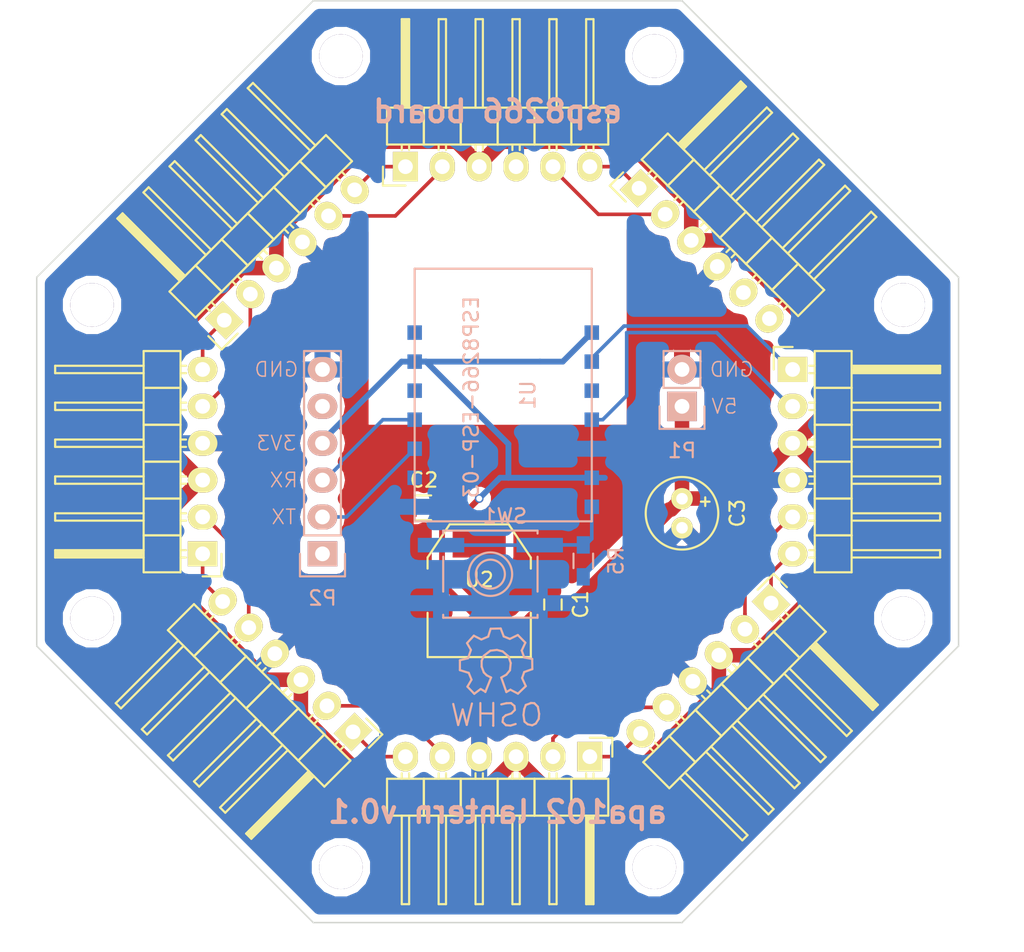
<source format=kicad_pcb>
(kicad_pcb (version 4) (host pcbnew "(2015-09-28 BZR 6225)-product")

  (general
    (links 0)
    (no_connects 0)
    (area 133.299999 63.449999 196.900001 127.050001)
    (thickness 1.6)
    (drawings 16)
    (tracks 141)
    (zones 0)
    (modules 26)
    (nets 30)
  )

  (page A4)
  (title_block
    (title "apa102 lantern esp8266 board")
    (rev 0.1)
  )

  (layers
    (0 F.Cu signal)
    (31 B.Cu signal)
    (32 B.Adhes user)
    (33 F.Adhes user)
    (34 B.Paste user)
    (35 F.Paste user)
    (36 B.SilkS user)
    (37 F.SilkS user)
    (38 B.Mask user)
    (39 F.Mask user)
    (40 Dwgs.User user)
    (41 Cmts.User user)
    (42 Eco1.User user)
    (43 Eco2.User user)
    (44 Edge.Cuts user)
    (45 Margin user)
    (46 B.CrtYd user)
    (47 F.CrtYd user)
    (48 B.Fab user)
    (49 F.Fab user)
  )

  (setup
    (last_trace_width 0.4)
    (trace_clearance 0.2)
    (zone_clearance 0.508)
    (zone_45_only yes)
    (trace_min 0.2)
    (segment_width 0.2)
    (edge_width 0.1)
    (via_size 0.6)
    (via_drill 0.4)
    (via_min_size 0.4)
    (via_min_drill 0.3)
    (uvia_size 0.3)
    (uvia_drill 0.1)
    (uvias_allowed no)
    (uvia_min_size 0.2)
    (uvia_min_drill 0.1)
    (pcb_text_width 0.3)
    (pcb_text_size 1.5 1.5)
    (mod_edge_width 0.15)
    (mod_text_size 1 1)
    (mod_text_width 0.15)
    (pad_size 1.5 1.5)
    (pad_drill 0.6)
    (pad_to_mask_clearance 0)
    (aux_axis_origin 0 0)
    (visible_elements FFFFFF7F)
    (pcbplotparams
      (layerselection 0x00030_80000001)
      (usegerberextensions false)
      (excludeedgelayer true)
      (linewidth 0.100000)
      (plotframeref false)
      (viasonmask false)
      (mode 1)
      (useauxorigin false)
      (hpglpennumber 1)
      (hpglpenspeed 20)
      (hpglpendiameter 15)
      (hpglpenoverlay 2)
      (psnegative false)
      (psa4output false)
      (plotreference true)
      (plotvalue true)
      (plotinvisibletext false)
      (padsonsilk false)
      (subtractmaskfromsilk false)
      (outputformat 1)
      (mirror false)
      (drillshape 1)
      (scaleselection 1)
      (outputdirectory ""))
  )

  (net 0 "")
  (net 1 VCC)
  (net 2 GND)
  (net 3 +3V3)
  (net 4 "Net-(P2-Pad1)")
  (net 5 /TX)
  (net 6 /RX)
  (net 7 "Net-(P2-Pad5)")
  (net 8 "Net-(P3-Pad1)")
  (net 9 "Net-(P3-Pad2)")
  (net 10 "Net-(P3-Pad5)")
  (net 11 "Net-(P3-Pad6)")
  (net 12 "Net-(P4-Pad5)")
  (net 13 "Net-(P4-Pad6)")
  (net 14 "Net-(P5-Pad5)")
  (net 15 "Net-(P5-Pad6)")
  (net 16 "Net-(P6-Pad5)")
  (net 17 "Net-(P6-Pad6)")
  (net 18 "Net-(P7-Pad5)")
  (net 19 "Net-(P7-Pad6)")
  (net 20 "Net-(P8-Pad5)")
  (net 21 "Net-(P8-Pad6)")
  (net 22 "Net-(R5-Pad1)")
  (net 23 "Net-(U1-Pad10)")
  (net 24 "Net-(U1-Pad5)")
  (net 25 "Net-(U1-Pad7)")
  (net 26 "Net-(P10-Pad2)")
  (net 27 "Net-(P10-Pad1)")
  (net 28 "Net-(P10-Pad5)")
  (net 29 "Net-(P10-Pad6)")

  (net_class Default "Dies ist die voreingestellte Netzklasse."
    (clearance 0.2)
    (trace_width 0.4)
    (via_dia 0.6)
    (via_drill 0.4)
    (uvia_dia 0.3)
    (uvia_drill 0.1)
    (add_net +3V3)
    (add_net /RX)
    (add_net /TX)
    (add_net "Net-(P10-Pad1)")
    (add_net "Net-(P10-Pad2)")
    (add_net "Net-(P10-Pad5)")
    (add_net "Net-(P10-Pad6)")
    (add_net "Net-(P2-Pad1)")
    (add_net "Net-(P2-Pad5)")
    (add_net "Net-(P3-Pad1)")
    (add_net "Net-(P3-Pad2)")
    (add_net "Net-(P3-Pad5)")
    (add_net "Net-(P3-Pad6)")
    (add_net "Net-(P4-Pad5)")
    (add_net "Net-(P4-Pad6)")
    (add_net "Net-(P5-Pad5)")
    (add_net "Net-(P5-Pad6)")
    (add_net "Net-(P6-Pad5)")
    (add_net "Net-(P6-Pad6)")
    (add_net "Net-(P7-Pad5)")
    (add_net "Net-(P7-Pad6)")
    (add_net "Net-(P8-Pad5)")
    (add_net "Net-(P8-Pad6)")
    (add_net "Net-(R5-Pad1)")
    (add_net "Net-(U1-Pad10)")
    (add_net "Net-(U1-Pad5)")
    (add_net "Net-(U1-Pad7)")
  )

  (net_class vcc ""
    (clearance 0.2)
    (trace_width 1)
    (via_dia 0.6)
    (via_drill 0.4)
    (uvia_dia 0.3)
    (uvia_drill 0.1)
    (add_net GND)
    (add_net VCC)
  )

  (module Mounting_Holes:MountingHole_3mm (layer F.Cu) (tedit 560EE031) (tstamp 560EDF89)
    (at 175.895 67.31)
    (descr "Mounting hole, Befestigungsbohrung, 3mm, No Annular, Kein Restring,")
    (tags "Mounting hole, Befestigungsbohrung, 3mm, No Annular, Kein Restring,")
    (fp_text reference REF** (at 0 -4.0005) (layer F.SilkS) hide
      (effects (font (size 1 1) (thickness 0.15)))
    )
    (fp_text value MountingHole_3mm (at 1.00076 5.00126) (layer F.Fab)
      (effects (font (size 1 1) (thickness 0.15)))
    )
    (fp_circle (center 0 0) (end 3 0) (layer Cmts.User) (width 0.381))
    (pad 1 thru_hole circle (at 0 0) (size 3 3) (drill 3) (layers))
  )

  (module Mounting_Holes:MountingHole_3mm (layer F.Cu) (tedit 560EE028) (tstamp 560EDF84)
    (at 154.305 67.31)
    (descr "Mounting hole, Befestigungsbohrung, 3mm, No Annular, Kein Restring,")
    (tags "Mounting hole, Befestigungsbohrung, 3mm, No Annular, Kein Restring,")
    (fp_text reference REF** (at 0 -4.0005) (layer F.SilkS) hide
      (effects (font (size 1 1) (thickness 0.15)))
    )
    (fp_text value MountingHole_3mm (at 1.00076 5.00126) (layer F.Fab)
      (effects (font (size 1 1) (thickness 0.15)))
    )
    (fp_circle (center 0 0) (end 3 0) (layer Cmts.User) (width 0.381))
    (pad 1 thru_hole circle (at 0 0) (size 3 3) (drill 3) (layers))
  )

  (module Mounting_Holes:MountingHole_3mm (layer F.Cu) (tedit 560EE012) (tstamp 560EDF6F)
    (at 137.16 106.045)
    (descr "Mounting hole, Befestigungsbohrung, 3mm, No Annular, Kein Restring,")
    (tags "Mounting hole, Befestigungsbohrung, 3mm, No Annular, Kein Restring,")
    (fp_text reference REF** (at 0 -4.0005) (layer F.SilkS) hide
      (effects (font (size 1 1) (thickness 0.15)))
    )
    (fp_text value MountingHole_3mm (at 1.00076 5.00126) (layer F.Fab)
      (effects (font (size 1 1) (thickness 0.15)))
    )
    (fp_circle (center 0 0) (end 3 0) (layer Cmts.User) (width 0.381))
    (pad 1 thru_hole circle (at 0 0) (size 3 3) (drill 3) (layers))
  )

  (module Mounting_Holes:MountingHole_3mm (layer F.Cu) (tedit 560EE01D) (tstamp 560EDF6A)
    (at 137.16 84.455)
    (descr "Mounting hole, Befestigungsbohrung, 3mm, No Annular, Kein Restring,")
    (tags "Mounting hole, Befestigungsbohrung, 3mm, No Annular, Kein Restring,")
    (fp_text reference REF** (at 0 -4.0005) (layer F.SilkS) hide
      (effects (font (size 1 1) (thickness 0.15)))
    )
    (fp_text value MountingHole_3mm (at 1.00076 5.00126) (layer F.Fab)
      (effects (font (size 1 1) (thickness 0.15)))
    )
    (fp_circle (center 0 0) (end 3 0) (layer Cmts.User) (width 0.381))
    (pad 1 thru_hole circle (at 0 0) (size 3 3) (drill 3) (layers))
  )

  (module Mounting_Holes:MountingHole_3mm (layer F.Cu) (tedit 560EE03C) (tstamp 560EDF3B)
    (at 193.04 84.455)
    (descr "Mounting hole, Befestigungsbohrung, 3mm, No Annular, Kein Restring,")
    (tags "Mounting hole, Befestigungsbohrung, 3mm, No Annular, Kein Restring,")
    (fp_text reference REF** (at 0 -4.0005) (layer F.SilkS) hide
      (effects (font (size 1 1) (thickness 0.15)))
    )
    (fp_text value MountingHole_3mm (at 1.00076 5.00126) (layer F.Fab)
      (effects (font (size 1 1) (thickness 0.15)))
    )
    (fp_circle (center 0 0) (end 3 0) (layer Cmts.User) (width 0.381))
    (pad 1 thru_hole circle (at 0 0) (size 3 3) (drill 3) (layers))
  )

  (module Mounting_Holes:MountingHole_3mm (layer F.Cu) (tedit 560EE049) (tstamp 560EDF24)
    (at 193.04 106.045)
    (descr "Mounting hole, Befestigungsbohrung, 3mm, No Annular, Kein Restring,")
    (tags "Mounting hole, Befestigungsbohrung, 3mm, No Annular, Kein Restring,")
    (fp_text reference REF** (at 0 -4.0005) (layer F.SilkS) hide
      (effects (font (size 1 1) (thickness 0.15)))
    )
    (fp_text value MountingHole_3mm (at 1.00076 5.00126) (layer F.Fab)
      (effects (font (size 1 1) (thickness 0.15)))
    )
    (fp_circle (center 0 0) (end 3 0) (layer Cmts.User) (width 0.381))
    (pad 1 thru_hole circle (at 0 0) (size 3 3) (drill 3) (layers))
  )

  (module Mounting_Holes:MountingHole_3mm (layer F.Cu) (tedit 560EE05A) (tstamp 560EDF1E)
    (at 154.305 123.19)
    (descr "Mounting hole, Befestigungsbohrung, 3mm, No Annular, Kein Restring,")
    (tags "Mounting hole, Befestigungsbohrung, 3mm, No Annular, Kein Restring,")
    (fp_text reference REF** (at 0 -4.0005) (layer F.SilkS) hide
      (effects (font (size 1 1) (thickness 0.15)))
    )
    (fp_text value MountingHole_3mm (at 1.00076 5.00126) (layer F.Fab)
      (effects (font (size 1 1) (thickness 0.15)))
    )
    (fp_circle (center 0 0) (end 3 0) (layer Cmts.User) (width 0.381))
    (pad 1 thru_hole circle (at 0 0) (size 3 3) (drill 3) (layers))
  )

  (module Capacitors_SMD:C_0603_HandSoldering (layer F.Cu) (tedit 541A9B4D) (tstamp 560C5473)
    (at 168.91 105.09 90)
    (descr "Capacitor SMD 0603, hand soldering")
    (tags "capacitor 0603")
    (path /560CA788)
    (attr smd)
    (fp_text reference C1 (at 0 1.905 90) (layer F.SilkS)
      (effects (font (size 1 1) (thickness 0.15)))
    )
    (fp_text value 100n (at 0 1.9 90) (layer F.Fab)
      (effects (font (size 1 1) (thickness 0.15)))
    )
    (fp_line (start -1.85 -0.75) (end 1.85 -0.75) (layer F.CrtYd) (width 0.05))
    (fp_line (start -1.85 0.75) (end 1.85 0.75) (layer F.CrtYd) (width 0.05))
    (fp_line (start -1.85 -0.75) (end -1.85 0.75) (layer F.CrtYd) (width 0.05))
    (fp_line (start 1.85 -0.75) (end 1.85 0.75) (layer F.CrtYd) (width 0.05))
    (fp_line (start -0.35 -0.6) (end 0.35 -0.6) (layer F.SilkS) (width 0.15))
    (fp_line (start 0.35 0.6) (end -0.35 0.6) (layer F.SilkS) (width 0.15))
    (pad 1 smd rect (at -0.95 0 90) (size 1.2 0.75) (layers F.Cu F.Paste F.Mask)
      (net 1 VCC))
    (pad 2 smd rect (at 0.95 0 90) (size 1.2 0.75) (layers F.Cu F.Paste F.Mask)
      (net 2 GND))
    (model Capacitors_SMD.3dshapes/C_0603_HandSoldering.wrl
      (at (xyz 0 0 0))
      (scale (xyz 1 1 1))
      (rotate (xyz 0 0 0))
    )
  )

  (module Pin_Headers:Pin_Header_Angled_1x06 (layer F.Cu) (tedit 560EEC60) (tstamp 560C69E0)
    (at 174.842898 76.417898 45)
    (descr "Through hole pin header")
    (tags "pin header")
    (path /560D9EEC)
    (fp_text reference P10 (at 0 -5.1 45) (layer F.SilkS) hide
      (effects (font (size 1 1) (thickness 0.15)))
    )
    (fp_text value CONN_01X06 (at 0 -3.1 45) (layer F.Fab)
      (effects (font (size 1 1) (thickness 0.15)))
    )
    (fp_line (start -1.5 -1.75) (end -1.5 14.45) (layer F.CrtYd) (width 0.05))
    (fp_line (start 10.65 -1.75) (end 10.65 14.45) (layer F.CrtYd) (width 0.05))
    (fp_line (start -1.5 -1.75) (end 10.65 -1.75) (layer F.CrtYd) (width 0.05))
    (fp_line (start -1.5 14.45) (end 10.65 14.45) (layer F.CrtYd) (width 0.05))
    (fp_line (start -1.3 -1.55) (end -1.3 0) (layer F.SilkS) (width 0.15))
    (fp_line (start 0 -1.55) (end -1.3 -1.55) (layer F.SilkS) (width 0.15))
    (fp_line (start 4.191 -0.127) (end 10.033 -0.127) (layer F.SilkS) (width 0.15))
    (fp_line (start 10.033 -0.127) (end 10.033 0.127) (layer F.SilkS) (width 0.15))
    (fp_line (start 10.033 0.127) (end 4.191 0.127) (layer F.SilkS) (width 0.15))
    (fp_line (start 4.191 0.127) (end 4.191 0) (layer F.SilkS) (width 0.15))
    (fp_line (start 4.191 0) (end 10.033 0) (layer F.SilkS) (width 0.15))
    (fp_line (start 1.524 -0.254) (end 1.143 -0.254) (layer F.SilkS) (width 0.15))
    (fp_line (start 1.524 0.254) (end 1.143 0.254) (layer F.SilkS) (width 0.15))
    (fp_line (start 1.524 2.286) (end 1.143 2.286) (layer F.SilkS) (width 0.15))
    (fp_line (start 1.524 2.794) (end 1.143 2.794) (layer F.SilkS) (width 0.15))
    (fp_line (start 1.524 4.826) (end 1.143 4.826) (layer F.SilkS) (width 0.15))
    (fp_line (start 1.524 5.334) (end 1.143 5.334) (layer F.SilkS) (width 0.15))
    (fp_line (start 1.524 12.954) (end 1.143 12.954) (layer F.SilkS) (width 0.15))
    (fp_line (start 1.524 12.446) (end 1.143 12.446) (layer F.SilkS) (width 0.15))
    (fp_line (start 1.524 10.414) (end 1.143 10.414) (layer F.SilkS) (width 0.15))
    (fp_line (start 1.524 9.906) (end 1.143 9.906) (layer F.SilkS) (width 0.15))
    (fp_line (start 1.524 7.874) (end 1.143 7.874) (layer F.SilkS) (width 0.15))
    (fp_line (start 1.524 7.366) (end 1.143 7.366) (layer F.SilkS) (width 0.15))
    (fp_line (start 1.524 -1.27) (end 4.064 -1.27) (layer F.SilkS) (width 0.15))
    (fp_line (start 1.524 1.27) (end 4.064 1.27) (layer F.SilkS) (width 0.15))
    (fp_line (start 1.524 1.27) (end 1.524 3.81) (layer F.SilkS) (width 0.15))
    (fp_line (start 1.524 3.81) (end 4.064 3.81) (layer F.SilkS) (width 0.15))
    (fp_line (start 4.064 2.286) (end 10.16 2.286) (layer F.SilkS) (width 0.15))
    (fp_line (start 10.16 2.286) (end 10.16 2.794) (layer F.SilkS) (width 0.15))
    (fp_line (start 10.16 2.794) (end 4.064 2.794) (layer F.SilkS) (width 0.15))
    (fp_line (start 4.064 3.81) (end 4.064 1.27) (layer F.SilkS) (width 0.15))
    (fp_line (start 4.064 1.27) (end 4.064 -1.27) (layer F.SilkS) (width 0.15))
    (fp_line (start 10.16 0.254) (end 4.064 0.254) (layer F.SilkS) (width 0.15))
    (fp_line (start 10.16 -0.254) (end 10.16 0.254) (layer F.SilkS) (width 0.15))
    (fp_line (start 4.064 -0.254) (end 10.16 -0.254) (layer F.SilkS) (width 0.15))
    (fp_line (start 1.524 1.27) (end 4.064 1.27) (layer F.SilkS) (width 0.15))
    (fp_line (start 1.524 -1.27) (end 1.524 1.27) (layer F.SilkS) (width 0.15))
    (fp_line (start 1.524 8.89) (end 4.064 8.89) (layer F.SilkS) (width 0.15))
    (fp_line (start 1.524 8.89) (end 1.524 11.43) (layer F.SilkS) (width 0.15))
    (fp_line (start 1.524 11.43) (end 4.064 11.43) (layer F.SilkS) (width 0.15))
    (fp_line (start 4.064 9.906) (end 10.16 9.906) (layer F.SilkS) (width 0.15))
    (fp_line (start 10.16 9.906) (end 10.16 10.414) (layer F.SilkS) (width 0.15))
    (fp_line (start 10.16 10.414) (end 4.064 10.414) (layer F.SilkS) (width 0.15))
    (fp_line (start 4.064 11.43) (end 4.064 8.89) (layer F.SilkS) (width 0.15))
    (fp_line (start 4.064 13.97) (end 4.064 11.43) (layer F.SilkS) (width 0.15))
    (fp_line (start 10.16 12.954) (end 4.064 12.954) (layer F.SilkS) (width 0.15))
    (fp_line (start 10.16 12.446) (end 10.16 12.954) (layer F.SilkS) (width 0.15))
    (fp_line (start 4.064 12.446) (end 10.16 12.446) (layer F.SilkS) (width 0.15))
    (fp_line (start 1.524 13.97) (end 4.064 13.97) (layer F.SilkS) (width 0.15))
    (fp_line (start 1.524 11.43) (end 1.524 13.97) (layer F.SilkS) (width 0.15))
    (fp_line (start 1.524 11.43) (end 4.064 11.43) (layer F.SilkS) (width 0.15))
    (fp_line (start 1.524 6.35) (end 4.064 6.35) (layer F.SilkS) (width 0.15))
    (fp_line (start 1.524 6.35) (end 1.524 8.89) (layer F.SilkS) (width 0.15))
    (fp_line (start 1.524 8.89) (end 4.064 8.89) (layer F.SilkS) (width 0.15))
    (fp_line (start 4.064 7.366) (end 10.16 7.366) (layer F.SilkS) (width 0.15))
    (fp_line (start 10.16 7.366) (end 10.16 7.874) (layer F.SilkS) (width 0.15))
    (fp_line (start 10.16 7.874) (end 4.064 7.874) (layer F.SilkS) (width 0.15))
    (fp_line (start 4.064 8.89) (end 4.064 6.35) (layer F.SilkS) (width 0.15))
    (fp_line (start 4.064 6.35) (end 4.064 3.81) (layer F.SilkS) (width 0.15))
    (fp_line (start 10.16 5.334) (end 4.064 5.334) (layer F.SilkS) (width 0.15))
    (fp_line (start 10.16 4.826) (end 10.16 5.334) (layer F.SilkS) (width 0.15))
    (fp_line (start 4.064 4.826) (end 10.16 4.826) (layer F.SilkS) (width 0.15))
    (fp_line (start 1.524 6.35) (end 4.064 6.35) (layer F.SilkS) (width 0.15))
    (fp_line (start 1.524 3.81) (end 1.524 6.35) (layer F.SilkS) (width 0.15))
    (fp_line (start 1.524 3.81) (end 4.064 3.81) (layer F.SilkS) (width 0.15))
    (pad 1 thru_hole rect (at 0 0 45) (size 2.032 1.7272) (drill 1.016) (layers *.Cu *.Mask F.SilkS)
      (net 27 "Net-(P10-Pad1)"))
    (pad 2 thru_hole oval (at 0 2.54 45) (size 2.032 1.7272) (drill 1.016) (layers *.Cu *.Mask F.SilkS)
      (net 26 "Net-(P10-Pad2)"))
    (pad 3 thru_hole oval (at 0 5.08 45) (size 2.032 1.7272) (drill 1.016) (layers *.Cu *.Mask F.SilkS)
      (net 1 VCC))
    (pad 4 thru_hole oval (at 0 7.62 45) (size 2.032 1.7272) (drill 1.016) (layers *.Cu *.Mask F.SilkS)
      (net 2 GND))
    (pad 5 thru_hole oval (at 0 10.16 45) (size 2.032 1.7272) (drill 1.016) (layers *.Cu *.Mask F.SilkS)
      (net 28 "Net-(P10-Pad5)"))
    (pad 6 thru_hole oval (at 0 12.7 45) (size 2.032 1.7272) (drill 1.016) (layers *.Cu *.Mask F.SilkS)
      (net 29 "Net-(P10-Pad6)"))
    (model Pin_Headers.3dshapes/Pin_Header_Angled_1x06.wrl
      (at (xyz 0 -0.25 0))
      (scale (xyz 1 1 1))
      (rotate (xyz 0 0 90))
    )
  )

  (module Pin_Headers:Pin_Header_Angled_1x06 (layer F.Cu) (tedit 560EEC4B) (tstamp 560C5526)
    (at 185.42 88.9)
    (descr "Through hole pin header")
    (tags "pin header")
    (path /560BB5C0)
    (fp_text reference P3 (at 0 -5.1) (layer F.SilkS) hide
      (effects (font (size 1 1) (thickness 0.15)))
    )
    (fp_text value CONN_01X06 (at 0 -3.1) (layer F.Fab)
      (effects (font (size 1 1) (thickness 0.15)))
    )
    (fp_line (start -1.5 -1.75) (end -1.5 14.45) (layer F.CrtYd) (width 0.05))
    (fp_line (start 10.65 -1.75) (end 10.65 14.45) (layer F.CrtYd) (width 0.05))
    (fp_line (start -1.5 -1.75) (end 10.65 -1.75) (layer F.CrtYd) (width 0.05))
    (fp_line (start -1.5 14.45) (end 10.65 14.45) (layer F.CrtYd) (width 0.05))
    (fp_line (start -1.3 -1.55) (end -1.3 0) (layer F.SilkS) (width 0.15))
    (fp_line (start 0 -1.55) (end -1.3 -1.55) (layer F.SilkS) (width 0.15))
    (fp_line (start 4.191 -0.127) (end 10.033 -0.127) (layer F.SilkS) (width 0.15))
    (fp_line (start 10.033 -0.127) (end 10.033 0.127) (layer F.SilkS) (width 0.15))
    (fp_line (start 10.033 0.127) (end 4.191 0.127) (layer F.SilkS) (width 0.15))
    (fp_line (start 4.191 0.127) (end 4.191 0) (layer F.SilkS) (width 0.15))
    (fp_line (start 4.191 0) (end 10.033 0) (layer F.SilkS) (width 0.15))
    (fp_line (start 1.524 -0.254) (end 1.143 -0.254) (layer F.SilkS) (width 0.15))
    (fp_line (start 1.524 0.254) (end 1.143 0.254) (layer F.SilkS) (width 0.15))
    (fp_line (start 1.524 2.286) (end 1.143 2.286) (layer F.SilkS) (width 0.15))
    (fp_line (start 1.524 2.794) (end 1.143 2.794) (layer F.SilkS) (width 0.15))
    (fp_line (start 1.524 4.826) (end 1.143 4.826) (layer F.SilkS) (width 0.15))
    (fp_line (start 1.524 5.334) (end 1.143 5.334) (layer F.SilkS) (width 0.15))
    (fp_line (start 1.524 12.954) (end 1.143 12.954) (layer F.SilkS) (width 0.15))
    (fp_line (start 1.524 12.446) (end 1.143 12.446) (layer F.SilkS) (width 0.15))
    (fp_line (start 1.524 10.414) (end 1.143 10.414) (layer F.SilkS) (width 0.15))
    (fp_line (start 1.524 9.906) (end 1.143 9.906) (layer F.SilkS) (width 0.15))
    (fp_line (start 1.524 7.874) (end 1.143 7.874) (layer F.SilkS) (width 0.15))
    (fp_line (start 1.524 7.366) (end 1.143 7.366) (layer F.SilkS) (width 0.15))
    (fp_line (start 1.524 -1.27) (end 4.064 -1.27) (layer F.SilkS) (width 0.15))
    (fp_line (start 1.524 1.27) (end 4.064 1.27) (layer F.SilkS) (width 0.15))
    (fp_line (start 1.524 1.27) (end 1.524 3.81) (layer F.SilkS) (width 0.15))
    (fp_line (start 1.524 3.81) (end 4.064 3.81) (layer F.SilkS) (width 0.15))
    (fp_line (start 4.064 2.286) (end 10.16 2.286) (layer F.SilkS) (width 0.15))
    (fp_line (start 10.16 2.286) (end 10.16 2.794) (layer F.SilkS) (width 0.15))
    (fp_line (start 10.16 2.794) (end 4.064 2.794) (layer F.SilkS) (width 0.15))
    (fp_line (start 4.064 3.81) (end 4.064 1.27) (layer F.SilkS) (width 0.15))
    (fp_line (start 4.064 1.27) (end 4.064 -1.27) (layer F.SilkS) (width 0.15))
    (fp_line (start 10.16 0.254) (end 4.064 0.254) (layer F.SilkS) (width 0.15))
    (fp_line (start 10.16 -0.254) (end 10.16 0.254) (layer F.SilkS) (width 0.15))
    (fp_line (start 4.064 -0.254) (end 10.16 -0.254) (layer F.SilkS) (width 0.15))
    (fp_line (start 1.524 1.27) (end 4.064 1.27) (layer F.SilkS) (width 0.15))
    (fp_line (start 1.524 -1.27) (end 1.524 1.27) (layer F.SilkS) (width 0.15))
    (fp_line (start 1.524 8.89) (end 4.064 8.89) (layer F.SilkS) (width 0.15))
    (fp_line (start 1.524 8.89) (end 1.524 11.43) (layer F.SilkS) (width 0.15))
    (fp_line (start 1.524 11.43) (end 4.064 11.43) (layer F.SilkS) (width 0.15))
    (fp_line (start 4.064 9.906) (end 10.16 9.906) (layer F.SilkS) (width 0.15))
    (fp_line (start 10.16 9.906) (end 10.16 10.414) (layer F.SilkS) (width 0.15))
    (fp_line (start 10.16 10.414) (end 4.064 10.414) (layer F.SilkS) (width 0.15))
    (fp_line (start 4.064 11.43) (end 4.064 8.89) (layer F.SilkS) (width 0.15))
    (fp_line (start 4.064 13.97) (end 4.064 11.43) (layer F.SilkS) (width 0.15))
    (fp_line (start 10.16 12.954) (end 4.064 12.954) (layer F.SilkS) (width 0.15))
    (fp_line (start 10.16 12.446) (end 10.16 12.954) (layer F.SilkS) (width 0.15))
    (fp_line (start 4.064 12.446) (end 10.16 12.446) (layer F.SilkS) (width 0.15))
    (fp_line (start 1.524 13.97) (end 4.064 13.97) (layer F.SilkS) (width 0.15))
    (fp_line (start 1.524 11.43) (end 1.524 13.97) (layer F.SilkS) (width 0.15))
    (fp_line (start 1.524 11.43) (end 4.064 11.43) (layer F.SilkS) (width 0.15))
    (fp_line (start 1.524 6.35) (end 4.064 6.35) (layer F.SilkS) (width 0.15))
    (fp_line (start 1.524 6.35) (end 1.524 8.89) (layer F.SilkS) (width 0.15))
    (fp_line (start 1.524 8.89) (end 4.064 8.89) (layer F.SilkS) (width 0.15))
    (fp_line (start 4.064 7.366) (end 10.16 7.366) (layer F.SilkS) (width 0.15))
    (fp_line (start 10.16 7.366) (end 10.16 7.874) (layer F.SilkS) (width 0.15))
    (fp_line (start 10.16 7.874) (end 4.064 7.874) (layer F.SilkS) (width 0.15))
    (fp_line (start 4.064 8.89) (end 4.064 6.35) (layer F.SilkS) (width 0.15))
    (fp_line (start 4.064 6.35) (end 4.064 3.81) (layer F.SilkS) (width 0.15))
    (fp_line (start 10.16 5.334) (end 4.064 5.334) (layer F.SilkS) (width 0.15))
    (fp_line (start 10.16 4.826) (end 10.16 5.334) (layer F.SilkS) (width 0.15))
    (fp_line (start 4.064 4.826) (end 10.16 4.826) (layer F.SilkS) (width 0.15))
    (fp_line (start 1.524 6.35) (end 4.064 6.35) (layer F.SilkS) (width 0.15))
    (fp_line (start 1.524 3.81) (end 1.524 6.35) (layer F.SilkS) (width 0.15))
    (fp_line (start 1.524 3.81) (end 4.064 3.81) (layer F.SilkS) (width 0.15))
    (pad 1 thru_hole rect (at 0 0) (size 2.032 1.7272) (drill 1.016) (layers *.Cu *.Mask F.SilkS)
      (net 8 "Net-(P3-Pad1)"))
    (pad 2 thru_hole oval (at 0 2.54) (size 2.032 1.7272) (drill 1.016) (layers *.Cu *.Mask F.SilkS)
      (net 9 "Net-(P3-Pad2)"))
    (pad 3 thru_hole oval (at 0 5.08) (size 2.032 1.7272) (drill 1.016) (layers *.Cu *.Mask F.SilkS)
      (net 1 VCC))
    (pad 4 thru_hole oval (at 0 7.62) (size 2.032 1.7272) (drill 1.016) (layers *.Cu *.Mask F.SilkS)
      (net 2 GND))
    (pad 5 thru_hole oval (at 0 10.16) (size 2.032 1.7272) (drill 1.016) (layers *.Cu *.Mask F.SilkS)
      (net 10 "Net-(P3-Pad5)"))
    (pad 6 thru_hole oval (at 0 12.7) (size 2.032 1.7272) (drill 1.016) (layers *.Cu *.Mask F.SilkS)
      (net 11 "Net-(P3-Pad6)"))
    (model Pin_Headers.3dshapes/Pin_Header_Angled_1x06.wrl
      (at (xyz 0 -0.25 0))
      (scale (xyz 1 1 1))
      (rotate (xyz 0 0 90))
    )
  )

  (module Pin_Headers:Pin_Header_Angled_1x06 (layer F.Cu) (tedit 560EEC56) (tstamp 560C5571)
    (at 183.932102 104.992898 315)
    (descr "Through hole pin header")
    (tags "pin header")
    (path /560BB606)
    (fp_text reference P4 (at 0 -5.1 315) (layer F.SilkS) hide
      (effects (font (size 1 1) (thickness 0.15)))
    )
    (fp_text value CONN_01X06 (at 0 -3.1 315) (layer F.Fab)
      (effects (font (size 1 1) (thickness 0.15)))
    )
    (fp_line (start -1.5 -1.75) (end -1.5 14.45) (layer F.CrtYd) (width 0.05))
    (fp_line (start 10.65 -1.75) (end 10.65 14.45) (layer F.CrtYd) (width 0.05))
    (fp_line (start -1.5 -1.75) (end 10.65 -1.75) (layer F.CrtYd) (width 0.05))
    (fp_line (start -1.5 14.45) (end 10.65 14.45) (layer F.CrtYd) (width 0.05))
    (fp_line (start -1.3 -1.55) (end -1.3 0) (layer F.SilkS) (width 0.15))
    (fp_line (start 0 -1.55) (end -1.3 -1.55) (layer F.SilkS) (width 0.15))
    (fp_line (start 4.191 -0.127) (end 10.033 -0.127) (layer F.SilkS) (width 0.15))
    (fp_line (start 10.033 -0.127) (end 10.033 0.127) (layer F.SilkS) (width 0.15))
    (fp_line (start 10.033 0.127) (end 4.191 0.127) (layer F.SilkS) (width 0.15))
    (fp_line (start 4.191 0.127) (end 4.191 0) (layer F.SilkS) (width 0.15))
    (fp_line (start 4.191 0) (end 10.033 0) (layer F.SilkS) (width 0.15))
    (fp_line (start 1.524 -0.254) (end 1.143 -0.254) (layer F.SilkS) (width 0.15))
    (fp_line (start 1.524 0.254) (end 1.143 0.254) (layer F.SilkS) (width 0.15))
    (fp_line (start 1.524 2.286) (end 1.143 2.286) (layer F.SilkS) (width 0.15))
    (fp_line (start 1.524 2.794) (end 1.143 2.794) (layer F.SilkS) (width 0.15))
    (fp_line (start 1.524 4.826) (end 1.143 4.826) (layer F.SilkS) (width 0.15))
    (fp_line (start 1.524 5.334) (end 1.143 5.334) (layer F.SilkS) (width 0.15))
    (fp_line (start 1.524 12.954) (end 1.143 12.954) (layer F.SilkS) (width 0.15))
    (fp_line (start 1.524 12.446) (end 1.143 12.446) (layer F.SilkS) (width 0.15))
    (fp_line (start 1.524 10.414) (end 1.143 10.414) (layer F.SilkS) (width 0.15))
    (fp_line (start 1.524 9.906) (end 1.143 9.906) (layer F.SilkS) (width 0.15))
    (fp_line (start 1.524 7.874) (end 1.143 7.874) (layer F.SilkS) (width 0.15))
    (fp_line (start 1.524 7.366) (end 1.143 7.366) (layer F.SilkS) (width 0.15))
    (fp_line (start 1.524 -1.27) (end 4.064 -1.27) (layer F.SilkS) (width 0.15))
    (fp_line (start 1.524 1.27) (end 4.064 1.27) (layer F.SilkS) (width 0.15))
    (fp_line (start 1.524 1.27) (end 1.524 3.81) (layer F.SilkS) (width 0.15))
    (fp_line (start 1.524 3.81) (end 4.064 3.81) (layer F.SilkS) (width 0.15))
    (fp_line (start 4.064 2.286) (end 10.16 2.286) (layer F.SilkS) (width 0.15))
    (fp_line (start 10.16 2.286) (end 10.16 2.794) (layer F.SilkS) (width 0.15))
    (fp_line (start 10.16 2.794) (end 4.064 2.794) (layer F.SilkS) (width 0.15))
    (fp_line (start 4.064 3.81) (end 4.064 1.27) (layer F.SilkS) (width 0.15))
    (fp_line (start 4.064 1.27) (end 4.064 -1.27) (layer F.SilkS) (width 0.15))
    (fp_line (start 10.16 0.254) (end 4.064 0.254) (layer F.SilkS) (width 0.15))
    (fp_line (start 10.16 -0.254) (end 10.16 0.254) (layer F.SilkS) (width 0.15))
    (fp_line (start 4.064 -0.254) (end 10.16 -0.254) (layer F.SilkS) (width 0.15))
    (fp_line (start 1.524 1.27) (end 4.064 1.27) (layer F.SilkS) (width 0.15))
    (fp_line (start 1.524 -1.27) (end 1.524 1.27) (layer F.SilkS) (width 0.15))
    (fp_line (start 1.524 8.89) (end 4.064 8.89) (layer F.SilkS) (width 0.15))
    (fp_line (start 1.524 8.89) (end 1.524 11.43) (layer F.SilkS) (width 0.15))
    (fp_line (start 1.524 11.43) (end 4.064 11.43) (layer F.SilkS) (width 0.15))
    (fp_line (start 4.064 9.906) (end 10.16 9.906) (layer F.SilkS) (width 0.15))
    (fp_line (start 10.16 9.906) (end 10.16 10.414) (layer F.SilkS) (width 0.15))
    (fp_line (start 10.16 10.414) (end 4.064 10.414) (layer F.SilkS) (width 0.15))
    (fp_line (start 4.064 11.43) (end 4.064 8.89) (layer F.SilkS) (width 0.15))
    (fp_line (start 4.064 13.97) (end 4.064 11.43) (layer F.SilkS) (width 0.15))
    (fp_line (start 10.16 12.954) (end 4.064 12.954) (layer F.SilkS) (width 0.15))
    (fp_line (start 10.16 12.446) (end 10.16 12.954) (layer F.SilkS) (width 0.15))
    (fp_line (start 4.064 12.446) (end 10.16 12.446) (layer F.SilkS) (width 0.15))
    (fp_line (start 1.524 13.97) (end 4.064 13.97) (layer F.SilkS) (width 0.15))
    (fp_line (start 1.524 11.43) (end 1.524 13.97) (layer F.SilkS) (width 0.15))
    (fp_line (start 1.524 11.43) (end 4.064 11.43) (layer F.SilkS) (width 0.15))
    (fp_line (start 1.524 6.35) (end 4.064 6.35) (layer F.SilkS) (width 0.15))
    (fp_line (start 1.524 6.35) (end 1.524 8.89) (layer F.SilkS) (width 0.15))
    (fp_line (start 1.524 8.89) (end 4.064 8.89) (layer F.SilkS) (width 0.15))
    (fp_line (start 4.064 7.366) (end 10.16 7.366) (layer F.SilkS) (width 0.15))
    (fp_line (start 10.16 7.366) (end 10.16 7.874) (layer F.SilkS) (width 0.15))
    (fp_line (start 10.16 7.874) (end 4.064 7.874) (layer F.SilkS) (width 0.15))
    (fp_line (start 4.064 8.89) (end 4.064 6.35) (layer F.SilkS) (width 0.15))
    (fp_line (start 4.064 6.35) (end 4.064 3.81) (layer F.SilkS) (width 0.15))
    (fp_line (start 10.16 5.334) (end 4.064 5.334) (layer F.SilkS) (width 0.15))
    (fp_line (start 10.16 4.826) (end 10.16 5.334) (layer F.SilkS) (width 0.15))
    (fp_line (start 4.064 4.826) (end 10.16 4.826) (layer F.SilkS) (width 0.15))
    (fp_line (start 1.524 6.35) (end 4.064 6.35) (layer F.SilkS) (width 0.15))
    (fp_line (start 1.524 3.81) (end 1.524 6.35) (layer F.SilkS) (width 0.15))
    (fp_line (start 1.524 3.81) (end 4.064 3.81) (layer F.SilkS) (width 0.15))
    (pad 1 thru_hole rect (at 0 0 315) (size 2.032 1.7272) (drill 1.016) (layers *.Cu *.Mask F.SilkS)
      (net 11 "Net-(P3-Pad6)"))
    (pad 2 thru_hole oval (at 0 2.54 315) (size 2.032 1.7272) (drill 1.016) (layers *.Cu *.Mask F.SilkS)
      (net 10 "Net-(P3-Pad5)"))
    (pad 3 thru_hole oval (at 0 5.08 315) (size 2.032 1.7272) (drill 1.016) (layers *.Cu *.Mask F.SilkS)
      (net 1 VCC))
    (pad 4 thru_hole oval (at 0 7.62 315) (size 2.032 1.7272) (drill 1.016) (layers *.Cu *.Mask F.SilkS)
      (net 2 GND))
    (pad 5 thru_hole oval (at 0 10.16 315) (size 2.032 1.7272) (drill 1.016) (layers *.Cu *.Mask F.SilkS)
      (net 12 "Net-(P4-Pad5)"))
    (pad 6 thru_hole oval (at 0 12.7 315) (size 2.032 1.7272) (drill 1.016) (layers *.Cu *.Mask F.SilkS)
      (net 13 "Net-(P4-Pad6)"))
    (model Pin_Headers.3dshapes/Pin_Header_Angled_1x06.wrl
      (at (xyz 0 -0.25 0))
      (scale (xyz 1 1 1))
      (rotate (xyz 0 0 90))
    )
  )

  (module Pin_Headers:Pin_Header_Straight_1x02 (layer B.Cu) (tedit 54EA090C) (tstamp 560C5490)
    (at 177.8 91.44)
    (descr "Through hole pin header")
    (tags "pin header")
    (path /560CC6CB)
    (fp_text reference P1 (at 0 3.048) (layer B.SilkS)
      (effects (font (size 1 1) (thickness 0.15)) (justify mirror))
    )
    (fp_text value CONN_01X02 (at 0 3.1) (layer B.Fab)
      (effects (font (size 1 1) (thickness 0.15)) (justify mirror))
    )
    (fp_line (start 1.27 -1.27) (end 1.27 -3.81) (layer B.SilkS) (width 0.15))
    (fp_line (start 1.55 1.55) (end 1.55 0) (layer B.SilkS) (width 0.15))
    (fp_line (start -1.75 1.75) (end -1.75 -4.3) (layer B.CrtYd) (width 0.05))
    (fp_line (start 1.75 1.75) (end 1.75 -4.3) (layer B.CrtYd) (width 0.05))
    (fp_line (start -1.75 1.75) (end 1.75 1.75) (layer B.CrtYd) (width 0.05))
    (fp_line (start -1.75 -4.3) (end 1.75 -4.3) (layer B.CrtYd) (width 0.05))
    (fp_line (start 1.27 -1.27) (end -1.27 -1.27) (layer B.SilkS) (width 0.15))
    (fp_line (start -1.55 0) (end -1.55 1.55) (layer B.SilkS) (width 0.15))
    (fp_line (start -1.55 1.55) (end 1.55 1.55) (layer B.SilkS) (width 0.15))
    (fp_line (start -1.27 -1.27) (end -1.27 -3.81) (layer B.SilkS) (width 0.15))
    (fp_line (start -1.27 -3.81) (end 1.27 -3.81) (layer B.SilkS) (width 0.15))
    (pad 1 thru_hole rect (at 0 0) (size 2.032 2.032) (drill 1.016) (layers *.Cu *.Mask B.SilkS)
      (net 1 VCC))
    (pad 2 thru_hole oval (at 0 -2.54) (size 2.032 2.032) (drill 1.016) (layers *.Cu *.Mask B.SilkS)
      (net 2 GND))
    (model Pin_Headers.3dshapes/Pin_Header_Straight_1x02.wrl
      (at (xyz 0 -0.05 0))
      (scale (xyz 1 1 1))
      (rotate (xyz 0 0 90))
    )
  )

  (module Pin_Headers:Pin_Header_Angled_1x06 (layer F.Cu) (tedit 560EEC6F) (tstamp 560C55BC)
    (at 171.45 115.57 270)
    (descr "Through hole pin header")
    (tags "pin header")
    (path /560BB651)
    (fp_text reference P5 (at 0 -5.1 270) (layer F.SilkS) hide
      (effects (font (size 1 1) (thickness 0.15)))
    )
    (fp_text value CONN_01X06 (at 0 -3.1 270) (layer F.Fab)
      (effects (font (size 1 1) (thickness 0.15)))
    )
    (fp_line (start -1.5 -1.75) (end -1.5 14.45) (layer F.CrtYd) (width 0.05))
    (fp_line (start 10.65 -1.75) (end 10.65 14.45) (layer F.CrtYd) (width 0.05))
    (fp_line (start -1.5 -1.75) (end 10.65 -1.75) (layer F.CrtYd) (width 0.05))
    (fp_line (start -1.5 14.45) (end 10.65 14.45) (layer F.CrtYd) (width 0.05))
    (fp_line (start -1.3 -1.55) (end -1.3 0) (layer F.SilkS) (width 0.15))
    (fp_line (start 0 -1.55) (end -1.3 -1.55) (layer F.SilkS) (width 0.15))
    (fp_line (start 4.191 -0.127) (end 10.033 -0.127) (layer F.SilkS) (width 0.15))
    (fp_line (start 10.033 -0.127) (end 10.033 0.127) (layer F.SilkS) (width 0.15))
    (fp_line (start 10.033 0.127) (end 4.191 0.127) (layer F.SilkS) (width 0.15))
    (fp_line (start 4.191 0.127) (end 4.191 0) (layer F.SilkS) (width 0.15))
    (fp_line (start 4.191 0) (end 10.033 0) (layer F.SilkS) (width 0.15))
    (fp_line (start 1.524 -0.254) (end 1.143 -0.254) (layer F.SilkS) (width 0.15))
    (fp_line (start 1.524 0.254) (end 1.143 0.254) (layer F.SilkS) (width 0.15))
    (fp_line (start 1.524 2.286) (end 1.143 2.286) (layer F.SilkS) (width 0.15))
    (fp_line (start 1.524 2.794) (end 1.143 2.794) (layer F.SilkS) (width 0.15))
    (fp_line (start 1.524 4.826) (end 1.143 4.826) (layer F.SilkS) (width 0.15))
    (fp_line (start 1.524 5.334) (end 1.143 5.334) (layer F.SilkS) (width 0.15))
    (fp_line (start 1.524 12.954) (end 1.143 12.954) (layer F.SilkS) (width 0.15))
    (fp_line (start 1.524 12.446) (end 1.143 12.446) (layer F.SilkS) (width 0.15))
    (fp_line (start 1.524 10.414) (end 1.143 10.414) (layer F.SilkS) (width 0.15))
    (fp_line (start 1.524 9.906) (end 1.143 9.906) (layer F.SilkS) (width 0.15))
    (fp_line (start 1.524 7.874) (end 1.143 7.874) (layer F.SilkS) (width 0.15))
    (fp_line (start 1.524 7.366) (end 1.143 7.366) (layer F.SilkS) (width 0.15))
    (fp_line (start 1.524 -1.27) (end 4.064 -1.27) (layer F.SilkS) (width 0.15))
    (fp_line (start 1.524 1.27) (end 4.064 1.27) (layer F.SilkS) (width 0.15))
    (fp_line (start 1.524 1.27) (end 1.524 3.81) (layer F.SilkS) (width 0.15))
    (fp_line (start 1.524 3.81) (end 4.064 3.81) (layer F.SilkS) (width 0.15))
    (fp_line (start 4.064 2.286) (end 10.16 2.286) (layer F.SilkS) (width 0.15))
    (fp_line (start 10.16 2.286) (end 10.16 2.794) (layer F.SilkS) (width 0.15))
    (fp_line (start 10.16 2.794) (end 4.064 2.794) (layer F.SilkS) (width 0.15))
    (fp_line (start 4.064 3.81) (end 4.064 1.27) (layer F.SilkS) (width 0.15))
    (fp_line (start 4.064 1.27) (end 4.064 -1.27) (layer F.SilkS) (width 0.15))
    (fp_line (start 10.16 0.254) (end 4.064 0.254) (layer F.SilkS) (width 0.15))
    (fp_line (start 10.16 -0.254) (end 10.16 0.254) (layer F.SilkS) (width 0.15))
    (fp_line (start 4.064 -0.254) (end 10.16 -0.254) (layer F.SilkS) (width 0.15))
    (fp_line (start 1.524 1.27) (end 4.064 1.27) (layer F.SilkS) (width 0.15))
    (fp_line (start 1.524 -1.27) (end 1.524 1.27) (layer F.SilkS) (width 0.15))
    (fp_line (start 1.524 8.89) (end 4.064 8.89) (layer F.SilkS) (width 0.15))
    (fp_line (start 1.524 8.89) (end 1.524 11.43) (layer F.SilkS) (width 0.15))
    (fp_line (start 1.524 11.43) (end 4.064 11.43) (layer F.SilkS) (width 0.15))
    (fp_line (start 4.064 9.906) (end 10.16 9.906) (layer F.SilkS) (width 0.15))
    (fp_line (start 10.16 9.906) (end 10.16 10.414) (layer F.SilkS) (width 0.15))
    (fp_line (start 10.16 10.414) (end 4.064 10.414) (layer F.SilkS) (width 0.15))
    (fp_line (start 4.064 11.43) (end 4.064 8.89) (layer F.SilkS) (width 0.15))
    (fp_line (start 4.064 13.97) (end 4.064 11.43) (layer F.SilkS) (width 0.15))
    (fp_line (start 10.16 12.954) (end 4.064 12.954) (layer F.SilkS) (width 0.15))
    (fp_line (start 10.16 12.446) (end 10.16 12.954) (layer F.SilkS) (width 0.15))
    (fp_line (start 4.064 12.446) (end 10.16 12.446) (layer F.SilkS) (width 0.15))
    (fp_line (start 1.524 13.97) (end 4.064 13.97) (layer F.SilkS) (width 0.15))
    (fp_line (start 1.524 11.43) (end 1.524 13.97) (layer F.SilkS) (width 0.15))
    (fp_line (start 1.524 11.43) (end 4.064 11.43) (layer F.SilkS) (width 0.15))
    (fp_line (start 1.524 6.35) (end 4.064 6.35) (layer F.SilkS) (width 0.15))
    (fp_line (start 1.524 6.35) (end 1.524 8.89) (layer F.SilkS) (width 0.15))
    (fp_line (start 1.524 8.89) (end 4.064 8.89) (layer F.SilkS) (width 0.15))
    (fp_line (start 4.064 7.366) (end 10.16 7.366) (layer F.SilkS) (width 0.15))
    (fp_line (start 10.16 7.366) (end 10.16 7.874) (layer F.SilkS) (width 0.15))
    (fp_line (start 10.16 7.874) (end 4.064 7.874) (layer F.SilkS) (width 0.15))
    (fp_line (start 4.064 8.89) (end 4.064 6.35) (layer F.SilkS) (width 0.15))
    (fp_line (start 4.064 6.35) (end 4.064 3.81) (layer F.SilkS) (width 0.15))
    (fp_line (start 10.16 5.334) (end 4.064 5.334) (layer F.SilkS) (width 0.15))
    (fp_line (start 10.16 4.826) (end 10.16 5.334) (layer F.SilkS) (width 0.15))
    (fp_line (start 4.064 4.826) (end 10.16 4.826) (layer F.SilkS) (width 0.15))
    (fp_line (start 1.524 6.35) (end 4.064 6.35) (layer F.SilkS) (width 0.15))
    (fp_line (start 1.524 3.81) (end 1.524 6.35) (layer F.SilkS) (width 0.15))
    (fp_line (start 1.524 3.81) (end 4.064 3.81) (layer F.SilkS) (width 0.15))
    (pad 1 thru_hole rect (at 0 0 270) (size 2.032 1.7272) (drill 1.016) (layers *.Cu *.Mask F.SilkS)
      (net 13 "Net-(P4-Pad6)"))
    (pad 2 thru_hole oval (at 0 2.54 270) (size 2.032 1.7272) (drill 1.016) (layers *.Cu *.Mask F.SilkS)
      (net 12 "Net-(P4-Pad5)"))
    (pad 3 thru_hole oval (at 0 5.08 270) (size 2.032 1.7272) (drill 1.016) (layers *.Cu *.Mask F.SilkS)
      (net 1 VCC))
    (pad 4 thru_hole oval (at 0 7.62 270) (size 2.032 1.7272) (drill 1.016) (layers *.Cu *.Mask F.SilkS)
      (net 2 GND))
    (pad 5 thru_hole oval (at 0 10.16 270) (size 2.032 1.7272) (drill 1.016) (layers *.Cu *.Mask F.SilkS)
      (net 14 "Net-(P5-Pad5)"))
    (pad 6 thru_hole oval (at 0 12.7 270) (size 2.032 1.7272) (drill 1.016) (layers *.Cu *.Mask F.SilkS)
      (net 15 "Net-(P5-Pad6)"))
    (model Pin_Headers.3dshapes/Pin_Header_Angled_1x06.wrl
      (at (xyz 0 -0.25 0))
      (scale (xyz 1 1 1))
      (rotate (xyz 0 0 90))
    )
  )

  (module Pin_Headers:Pin_Header_Angled_1x06 (layer F.Cu) (tedit 560EEC7E) (tstamp 560C5607)
    (at 155.139205 113.864205 225)
    (descr "Through hole pin header")
    (tags "pin header")
    (path /560BB457)
    (fp_text reference P6 (at 0 -5.1 225) (layer F.SilkS) hide
      (effects (font (size 1 1) (thickness 0.15)))
    )
    (fp_text value CONN_01X06 (at 0 -3.1 225) (layer F.Fab)
      (effects (font (size 1 1) (thickness 0.15)))
    )
    (fp_line (start -1.5 -1.75) (end -1.5 14.45) (layer F.CrtYd) (width 0.05))
    (fp_line (start 10.65 -1.75) (end 10.65 14.45) (layer F.CrtYd) (width 0.05))
    (fp_line (start -1.5 -1.75) (end 10.65 -1.75) (layer F.CrtYd) (width 0.05))
    (fp_line (start -1.5 14.45) (end 10.65 14.45) (layer F.CrtYd) (width 0.05))
    (fp_line (start -1.3 -1.55) (end -1.3 0) (layer F.SilkS) (width 0.15))
    (fp_line (start 0 -1.55) (end -1.3 -1.55) (layer F.SilkS) (width 0.15))
    (fp_line (start 4.191 -0.127) (end 10.033 -0.127) (layer F.SilkS) (width 0.15))
    (fp_line (start 10.033 -0.127) (end 10.033 0.127) (layer F.SilkS) (width 0.15))
    (fp_line (start 10.033 0.127) (end 4.191 0.127) (layer F.SilkS) (width 0.15))
    (fp_line (start 4.191 0.127) (end 4.191 0) (layer F.SilkS) (width 0.15))
    (fp_line (start 4.191 0) (end 10.033 0) (layer F.SilkS) (width 0.15))
    (fp_line (start 1.524 -0.254) (end 1.143 -0.254) (layer F.SilkS) (width 0.15))
    (fp_line (start 1.524 0.254) (end 1.143 0.254) (layer F.SilkS) (width 0.15))
    (fp_line (start 1.524 2.286) (end 1.143 2.286) (layer F.SilkS) (width 0.15))
    (fp_line (start 1.524 2.794) (end 1.143 2.794) (layer F.SilkS) (width 0.15))
    (fp_line (start 1.524 4.826) (end 1.143 4.826) (layer F.SilkS) (width 0.15))
    (fp_line (start 1.524 5.334) (end 1.143 5.334) (layer F.SilkS) (width 0.15))
    (fp_line (start 1.524 12.954) (end 1.143 12.954) (layer F.SilkS) (width 0.15))
    (fp_line (start 1.524 12.446) (end 1.143 12.446) (layer F.SilkS) (width 0.15))
    (fp_line (start 1.524 10.414) (end 1.143 10.414) (layer F.SilkS) (width 0.15))
    (fp_line (start 1.524 9.906) (end 1.143 9.906) (layer F.SilkS) (width 0.15))
    (fp_line (start 1.524 7.874) (end 1.143 7.874) (layer F.SilkS) (width 0.15))
    (fp_line (start 1.524 7.366) (end 1.143 7.366) (layer F.SilkS) (width 0.15))
    (fp_line (start 1.524 -1.27) (end 4.064 -1.27) (layer F.SilkS) (width 0.15))
    (fp_line (start 1.524 1.27) (end 4.064 1.27) (layer F.SilkS) (width 0.15))
    (fp_line (start 1.524 1.27) (end 1.524 3.81) (layer F.SilkS) (width 0.15))
    (fp_line (start 1.524 3.81) (end 4.064 3.81) (layer F.SilkS) (width 0.15))
    (fp_line (start 4.064 2.286) (end 10.16 2.286) (layer F.SilkS) (width 0.15))
    (fp_line (start 10.16 2.286) (end 10.16 2.794) (layer F.SilkS) (width 0.15))
    (fp_line (start 10.16 2.794) (end 4.064 2.794) (layer F.SilkS) (width 0.15))
    (fp_line (start 4.064 3.81) (end 4.064 1.27) (layer F.SilkS) (width 0.15))
    (fp_line (start 4.064 1.27) (end 4.064 -1.27) (layer F.SilkS) (width 0.15))
    (fp_line (start 10.16 0.254) (end 4.064 0.254) (layer F.SilkS) (width 0.15))
    (fp_line (start 10.16 -0.254) (end 10.16 0.254) (layer F.SilkS) (width 0.15))
    (fp_line (start 4.064 -0.254) (end 10.16 -0.254) (layer F.SilkS) (width 0.15))
    (fp_line (start 1.524 1.27) (end 4.064 1.27) (layer F.SilkS) (width 0.15))
    (fp_line (start 1.524 -1.27) (end 1.524 1.27) (layer F.SilkS) (width 0.15))
    (fp_line (start 1.524 8.89) (end 4.064 8.89) (layer F.SilkS) (width 0.15))
    (fp_line (start 1.524 8.89) (end 1.524 11.43) (layer F.SilkS) (width 0.15))
    (fp_line (start 1.524 11.43) (end 4.064 11.43) (layer F.SilkS) (width 0.15))
    (fp_line (start 4.064 9.906) (end 10.16 9.906) (layer F.SilkS) (width 0.15))
    (fp_line (start 10.16 9.906) (end 10.16 10.414) (layer F.SilkS) (width 0.15))
    (fp_line (start 10.16 10.414) (end 4.064 10.414) (layer F.SilkS) (width 0.15))
    (fp_line (start 4.064 11.43) (end 4.064 8.89) (layer F.SilkS) (width 0.15))
    (fp_line (start 4.064 13.97) (end 4.064 11.43) (layer F.SilkS) (width 0.15))
    (fp_line (start 10.16 12.954) (end 4.064 12.954) (layer F.SilkS) (width 0.15))
    (fp_line (start 10.16 12.446) (end 10.16 12.954) (layer F.SilkS) (width 0.15))
    (fp_line (start 4.064 12.446) (end 10.16 12.446) (layer F.SilkS) (width 0.15))
    (fp_line (start 1.524 13.97) (end 4.064 13.97) (layer F.SilkS) (width 0.15))
    (fp_line (start 1.524 11.43) (end 1.524 13.97) (layer F.SilkS) (width 0.15))
    (fp_line (start 1.524 11.43) (end 4.064 11.43) (layer F.SilkS) (width 0.15))
    (fp_line (start 1.524 6.35) (end 4.064 6.35) (layer F.SilkS) (width 0.15))
    (fp_line (start 1.524 6.35) (end 1.524 8.89) (layer F.SilkS) (width 0.15))
    (fp_line (start 1.524 8.89) (end 4.064 8.89) (layer F.SilkS) (width 0.15))
    (fp_line (start 4.064 7.366) (end 10.16 7.366) (layer F.SilkS) (width 0.15))
    (fp_line (start 10.16 7.366) (end 10.16 7.874) (layer F.SilkS) (width 0.15))
    (fp_line (start 10.16 7.874) (end 4.064 7.874) (layer F.SilkS) (width 0.15))
    (fp_line (start 4.064 8.89) (end 4.064 6.35) (layer F.SilkS) (width 0.15))
    (fp_line (start 4.064 6.35) (end 4.064 3.81) (layer F.SilkS) (width 0.15))
    (fp_line (start 10.16 5.334) (end 4.064 5.334) (layer F.SilkS) (width 0.15))
    (fp_line (start 10.16 4.826) (end 10.16 5.334) (layer F.SilkS) (width 0.15))
    (fp_line (start 4.064 4.826) (end 10.16 4.826) (layer F.SilkS) (width 0.15))
    (fp_line (start 1.524 6.35) (end 4.064 6.35) (layer F.SilkS) (width 0.15))
    (fp_line (start 1.524 3.81) (end 1.524 6.35) (layer F.SilkS) (width 0.15))
    (fp_line (start 1.524 3.81) (end 4.064 3.81) (layer F.SilkS) (width 0.15))
    (pad 1 thru_hole rect (at 0 0 225) (size 2.032 1.7272) (drill 1.016) (layers *.Cu *.Mask F.SilkS)
      (net 15 "Net-(P5-Pad6)"))
    (pad 2 thru_hole oval (at 0 2.54 225) (size 2.032 1.7272) (drill 1.016) (layers *.Cu *.Mask F.SilkS)
      (net 14 "Net-(P5-Pad5)"))
    (pad 3 thru_hole oval (at 0 5.08 225) (size 2.032 1.7272) (drill 1.016) (layers *.Cu *.Mask F.SilkS)
      (net 1 VCC))
    (pad 4 thru_hole oval (at 0 7.62 225) (size 2.032 1.7272) (drill 1.016) (layers *.Cu *.Mask F.SilkS)
      (net 2 GND))
    (pad 5 thru_hole oval (at 0 10.16 225) (size 2.032 1.7272) (drill 1.016) (layers *.Cu *.Mask F.SilkS)
      (net 16 "Net-(P6-Pad5)"))
    (pad 6 thru_hole oval (at 0 12.7 225) (size 2.032 1.7272) (drill 1.016) (layers *.Cu *.Mask F.SilkS)
      (net 17 "Net-(P6-Pad6)"))
    (model Pin_Headers.3dshapes/Pin_Header_Angled_1x06.wrl
      (at (xyz 0 -0.25 0))
      (scale (xyz 1 1 1))
      (rotate (xyz 0 0 90))
    )
  )

  (module Pin_Headers:Pin_Header_Angled_1x06 (layer F.Cu) (tedit 560EEC8A) (tstamp 560C5652)
    (at 144.78 101.6 180)
    (descr "Through hole pin header")
    (tags "pin header")
    (path /560BB525)
    (fp_text reference P7 (at 0 -5.1 180) (layer F.SilkS) hide
      (effects (font (size 1 1) (thickness 0.15)))
    )
    (fp_text value CONN_01X06 (at 0 -3.1 180) (layer F.Fab)
      (effects (font (size 1 1) (thickness 0.15)))
    )
    (fp_line (start -1.5 -1.75) (end -1.5 14.45) (layer F.CrtYd) (width 0.05))
    (fp_line (start 10.65 -1.75) (end 10.65 14.45) (layer F.CrtYd) (width 0.05))
    (fp_line (start -1.5 -1.75) (end 10.65 -1.75) (layer F.CrtYd) (width 0.05))
    (fp_line (start -1.5 14.45) (end 10.65 14.45) (layer F.CrtYd) (width 0.05))
    (fp_line (start -1.3 -1.55) (end -1.3 0) (layer F.SilkS) (width 0.15))
    (fp_line (start 0 -1.55) (end -1.3 -1.55) (layer F.SilkS) (width 0.15))
    (fp_line (start 4.191 -0.127) (end 10.033 -0.127) (layer F.SilkS) (width 0.15))
    (fp_line (start 10.033 -0.127) (end 10.033 0.127) (layer F.SilkS) (width 0.15))
    (fp_line (start 10.033 0.127) (end 4.191 0.127) (layer F.SilkS) (width 0.15))
    (fp_line (start 4.191 0.127) (end 4.191 0) (layer F.SilkS) (width 0.15))
    (fp_line (start 4.191 0) (end 10.033 0) (layer F.SilkS) (width 0.15))
    (fp_line (start 1.524 -0.254) (end 1.143 -0.254) (layer F.SilkS) (width 0.15))
    (fp_line (start 1.524 0.254) (end 1.143 0.254) (layer F.SilkS) (width 0.15))
    (fp_line (start 1.524 2.286) (end 1.143 2.286) (layer F.SilkS) (width 0.15))
    (fp_line (start 1.524 2.794) (end 1.143 2.794) (layer F.SilkS) (width 0.15))
    (fp_line (start 1.524 4.826) (end 1.143 4.826) (layer F.SilkS) (width 0.15))
    (fp_line (start 1.524 5.334) (end 1.143 5.334) (layer F.SilkS) (width 0.15))
    (fp_line (start 1.524 12.954) (end 1.143 12.954) (layer F.SilkS) (width 0.15))
    (fp_line (start 1.524 12.446) (end 1.143 12.446) (layer F.SilkS) (width 0.15))
    (fp_line (start 1.524 10.414) (end 1.143 10.414) (layer F.SilkS) (width 0.15))
    (fp_line (start 1.524 9.906) (end 1.143 9.906) (layer F.SilkS) (width 0.15))
    (fp_line (start 1.524 7.874) (end 1.143 7.874) (layer F.SilkS) (width 0.15))
    (fp_line (start 1.524 7.366) (end 1.143 7.366) (layer F.SilkS) (width 0.15))
    (fp_line (start 1.524 -1.27) (end 4.064 -1.27) (layer F.SilkS) (width 0.15))
    (fp_line (start 1.524 1.27) (end 4.064 1.27) (layer F.SilkS) (width 0.15))
    (fp_line (start 1.524 1.27) (end 1.524 3.81) (layer F.SilkS) (width 0.15))
    (fp_line (start 1.524 3.81) (end 4.064 3.81) (layer F.SilkS) (width 0.15))
    (fp_line (start 4.064 2.286) (end 10.16 2.286) (layer F.SilkS) (width 0.15))
    (fp_line (start 10.16 2.286) (end 10.16 2.794) (layer F.SilkS) (width 0.15))
    (fp_line (start 10.16 2.794) (end 4.064 2.794) (layer F.SilkS) (width 0.15))
    (fp_line (start 4.064 3.81) (end 4.064 1.27) (layer F.SilkS) (width 0.15))
    (fp_line (start 4.064 1.27) (end 4.064 -1.27) (layer F.SilkS) (width 0.15))
    (fp_line (start 10.16 0.254) (end 4.064 0.254) (layer F.SilkS) (width 0.15))
    (fp_line (start 10.16 -0.254) (end 10.16 0.254) (layer F.SilkS) (width 0.15))
    (fp_line (start 4.064 -0.254) (end 10.16 -0.254) (layer F.SilkS) (width 0.15))
    (fp_line (start 1.524 1.27) (end 4.064 1.27) (layer F.SilkS) (width 0.15))
    (fp_line (start 1.524 -1.27) (end 1.524 1.27) (layer F.SilkS) (width 0.15))
    (fp_line (start 1.524 8.89) (end 4.064 8.89) (layer F.SilkS) (width 0.15))
    (fp_line (start 1.524 8.89) (end 1.524 11.43) (layer F.SilkS) (width 0.15))
    (fp_line (start 1.524 11.43) (end 4.064 11.43) (layer F.SilkS) (width 0.15))
    (fp_line (start 4.064 9.906) (end 10.16 9.906) (layer F.SilkS) (width 0.15))
    (fp_line (start 10.16 9.906) (end 10.16 10.414) (layer F.SilkS) (width 0.15))
    (fp_line (start 10.16 10.414) (end 4.064 10.414) (layer F.SilkS) (width 0.15))
    (fp_line (start 4.064 11.43) (end 4.064 8.89) (layer F.SilkS) (width 0.15))
    (fp_line (start 4.064 13.97) (end 4.064 11.43) (layer F.SilkS) (width 0.15))
    (fp_line (start 10.16 12.954) (end 4.064 12.954) (layer F.SilkS) (width 0.15))
    (fp_line (start 10.16 12.446) (end 10.16 12.954) (layer F.SilkS) (width 0.15))
    (fp_line (start 4.064 12.446) (end 10.16 12.446) (layer F.SilkS) (width 0.15))
    (fp_line (start 1.524 13.97) (end 4.064 13.97) (layer F.SilkS) (width 0.15))
    (fp_line (start 1.524 11.43) (end 1.524 13.97) (layer F.SilkS) (width 0.15))
    (fp_line (start 1.524 11.43) (end 4.064 11.43) (layer F.SilkS) (width 0.15))
    (fp_line (start 1.524 6.35) (end 4.064 6.35) (layer F.SilkS) (width 0.15))
    (fp_line (start 1.524 6.35) (end 1.524 8.89) (layer F.SilkS) (width 0.15))
    (fp_line (start 1.524 8.89) (end 4.064 8.89) (layer F.SilkS) (width 0.15))
    (fp_line (start 4.064 7.366) (end 10.16 7.366) (layer F.SilkS) (width 0.15))
    (fp_line (start 10.16 7.366) (end 10.16 7.874) (layer F.SilkS) (width 0.15))
    (fp_line (start 10.16 7.874) (end 4.064 7.874) (layer F.SilkS) (width 0.15))
    (fp_line (start 4.064 8.89) (end 4.064 6.35) (layer F.SilkS) (width 0.15))
    (fp_line (start 4.064 6.35) (end 4.064 3.81) (layer F.SilkS) (width 0.15))
    (fp_line (start 10.16 5.334) (end 4.064 5.334) (layer F.SilkS) (width 0.15))
    (fp_line (start 10.16 4.826) (end 10.16 5.334) (layer F.SilkS) (width 0.15))
    (fp_line (start 4.064 4.826) (end 10.16 4.826) (layer F.SilkS) (width 0.15))
    (fp_line (start 1.524 6.35) (end 4.064 6.35) (layer F.SilkS) (width 0.15))
    (fp_line (start 1.524 3.81) (end 1.524 6.35) (layer F.SilkS) (width 0.15))
    (fp_line (start 1.524 3.81) (end 4.064 3.81) (layer F.SilkS) (width 0.15))
    (pad 1 thru_hole rect (at 0 0 180) (size 2.032 1.7272) (drill 1.016) (layers *.Cu *.Mask F.SilkS)
      (net 17 "Net-(P6-Pad6)"))
    (pad 2 thru_hole oval (at 0 2.54 180) (size 2.032 1.7272) (drill 1.016) (layers *.Cu *.Mask F.SilkS)
      (net 16 "Net-(P6-Pad5)"))
    (pad 3 thru_hole oval (at 0 5.08 180) (size 2.032 1.7272) (drill 1.016) (layers *.Cu *.Mask F.SilkS)
      (net 1 VCC))
    (pad 4 thru_hole oval (at 0 7.62 180) (size 2.032 1.7272) (drill 1.016) (layers *.Cu *.Mask F.SilkS)
      (net 2 GND))
    (pad 5 thru_hole oval (at 0 10.16 180) (size 2.032 1.7272) (drill 1.016) (layers *.Cu *.Mask F.SilkS)
      (net 18 "Net-(P7-Pad5)"))
    (pad 6 thru_hole oval (at 0 12.7 180) (size 2.032 1.7272) (drill 1.016) (layers *.Cu *.Mask F.SilkS)
      (net 19 "Net-(P7-Pad6)"))
    (model Pin_Headers.3dshapes/Pin_Header_Angled_1x06.wrl
      (at (xyz 0 -0.25 0))
      (scale (xyz 1 1 1))
      (rotate (xyz 0 0 90))
    )
  )

  (module Pin_Headers:Pin_Header_Angled_1x06 (layer F.Cu) (tedit 560EEC91) (tstamp 560C569D)
    (at 146.267898 85.507102 135)
    (descr "Through hole pin header")
    (tags "pin header")
    (path /560BB579)
    (fp_text reference P8 (at 0 -5.1 135) (layer F.SilkS) hide
      (effects (font (size 1 1) (thickness 0.15)))
    )
    (fp_text value CONN_01X06 (at 0 -3.1 135) (layer F.Fab)
      (effects (font (size 1 1) (thickness 0.15)))
    )
    (fp_line (start -1.5 -1.75) (end -1.5 14.45) (layer F.CrtYd) (width 0.05))
    (fp_line (start 10.65 -1.75) (end 10.65 14.45) (layer F.CrtYd) (width 0.05))
    (fp_line (start -1.5 -1.75) (end 10.65 -1.75) (layer F.CrtYd) (width 0.05))
    (fp_line (start -1.5 14.45) (end 10.65 14.45) (layer F.CrtYd) (width 0.05))
    (fp_line (start -1.3 -1.55) (end -1.3 0) (layer F.SilkS) (width 0.15))
    (fp_line (start 0 -1.55) (end -1.3 -1.55) (layer F.SilkS) (width 0.15))
    (fp_line (start 4.191 -0.127) (end 10.033 -0.127) (layer F.SilkS) (width 0.15))
    (fp_line (start 10.033 -0.127) (end 10.033 0.127) (layer F.SilkS) (width 0.15))
    (fp_line (start 10.033 0.127) (end 4.191 0.127) (layer F.SilkS) (width 0.15))
    (fp_line (start 4.191 0.127) (end 4.191 0) (layer F.SilkS) (width 0.15))
    (fp_line (start 4.191 0) (end 10.033 0) (layer F.SilkS) (width 0.15))
    (fp_line (start 1.524 -0.254) (end 1.143 -0.254) (layer F.SilkS) (width 0.15))
    (fp_line (start 1.524 0.254) (end 1.143 0.254) (layer F.SilkS) (width 0.15))
    (fp_line (start 1.524 2.286) (end 1.143 2.286) (layer F.SilkS) (width 0.15))
    (fp_line (start 1.524 2.794) (end 1.143 2.794) (layer F.SilkS) (width 0.15))
    (fp_line (start 1.524 4.826) (end 1.143 4.826) (layer F.SilkS) (width 0.15))
    (fp_line (start 1.524 5.334) (end 1.143 5.334) (layer F.SilkS) (width 0.15))
    (fp_line (start 1.524 12.954) (end 1.143 12.954) (layer F.SilkS) (width 0.15))
    (fp_line (start 1.524 12.446) (end 1.143 12.446) (layer F.SilkS) (width 0.15))
    (fp_line (start 1.524 10.414) (end 1.143 10.414) (layer F.SilkS) (width 0.15))
    (fp_line (start 1.524 9.906) (end 1.143 9.906) (layer F.SilkS) (width 0.15))
    (fp_line (start 1.524 7.874) (end 1.143 7.874) (layer F.SilkS) (width 0.15))
    (fp_line (start 1.524 7.366) (end 1.143 7.366) (layer F.SilkS) (width 0.15))
    (fp_line (start 1.524 -1.27) (end 4.064 -1.27) (layer F.SilkS) (width 0.15))
    (fp_line (start 1.524 1.27) (end 4.064 1.27) (layer F.SilkS) (width 0.15))
    (fp_line (start 1.524 1.27) (end 1.524 3.81) (layer F.SilkS) (width 0.15))
    (fp_line (start 1.524 3.81) (end 4.064 3.81) (layer F.SilkS) (width 0.15))
    (fp_line (start 4.064 2.286) (end 10.16 2.286) (layer F.SilkS) (width 0.15))
    (fp_line (start 10.16 2.286) (end 10.16 2.794) (layer F.SilkS) (width 0.15))
    (fp_line (start 10.16 2.794) (end 4.064 2.794) (layer F.SilkS) (width 0.15))
    (fp_line (start 4.064 3.81) (end 4.064 1.27) (layer F.SilkS) (width 0.15))
    (fp_line (start 4.064 1.27) (end 4.064 -1.27) (layer F.SilkS) (width 0.15))
    (fp_line (start 10.16 0.254) (end 4.064 0.254) (layer F.SilkS) (width 0.15))
    (fp_line (start 10.16 -0.254) (end 10.16 0.254) (layer F.SilkS) (width 0.15))
    (fp_line (start 4.064 -0.254) (end 10.16 -0.254) (layer F.SilkS) (width 0.15))
    (fp_line (start 1.524 1.27) (end 4.064 1.27) (layer F.SilkS) (width 0.15))
    (fp_line (start 1.524 -1.27) (end 1.524 1.27) (layer F.SilkS) (width 0.15))
    (fp_line (start 1.524 8.89) (end 4.064 8.89) (layer F.SilkS) (width 0.15))
    (fp_line (start 1.524 8.89) (end 1.524 11.43) (layer F.SilkS) (width 0.15))
    (fp_line (start 1.524 11.43) (end 4.064 11.43) (layer F.SilkS) (width 0.15))
    (fp_line (start 4.064 9.906) (end 10.16 9.906) (layer F.SilkS) (width 0.15))
    (fp_line (start 10.16 9.906) (end 10.16 10.414) (layer F.SilkS) (width 0.15))
    (fp_line (start 10.16 10.414) (end 4.064 10.414) (layer F.SilkS) (width 0.15))
    (fp_line (start 4.064 11.43) (end 4.064 8.89) (layer F.SilkS) (width 0.15))
    (fp_line (start 4.064 13.97) (end 4.064 11.43) (layer F.SilkS) (width 0.15))
    (fp_line (start 10.16 12.954) (end 4.064 12.954) (layer F.SilkS) (width 0.15))
    (fp_line (start 10.16 12.446) (end 10.16 12.954) (layer F.SilkS) (width 0.15))
    (fp_line (start 4.064 12.446) (end 10.16 12.446) (layer F.SilkS) (width 0.15))
    (fp_line (start 1.524 13.97) (end 4.064 13.97) (layer F.SilkS) (width 0.15))
    (fp_line (start 1.524 11.43) (end 1.524 13.97) (layer F.SilkS) (width 0.15))
    (fp_line (start 1.524 11.43) (end 4.064 11.43) (layer F.SilkS) (width 0.15))
    (fp_line (start 1.524 6.35) (end 4.064 6.35) (layer F.SilkS) (width 0.15))
    (fp_line (start 1.524 6.35) (end 1.524 8.89) (layer F.SilkS) (width 0.15))
    (fp_line (start 1.524 8.89) (end 4.064 8.89) (layer F.SilkS) (width 0.15))
    (fp_line (start 4.064 7.366) (end 10.16 7.366) (layer F.SilkS) (width 0.15))
    (fp_line (start 10.16 7.366) (end 10.16 7.874) (layer F.SilkS) (width 0.15))
    (fp_line (start 10.16 7.874) (end 4.064 7.874) (layer F.SilkS) (width 0.15))
    (fp_line (start 4.064 8.89) (end 4.064 6.35) (layer F.SilkS) (width 0.15))
    (fp_line (start 4.064 6.35) (end 4.064 3.81) (layer F.SilkS) (width 0.15))
    (fp_line (start 10.16 5.334) (end 4.064 5.334) (layer F.SilkS) (width 0.15))
    (fp_line (start 10.16 4.826) (end 10.16 5.334) (layer F.SilkS) (width 0.15))
    (fp_line (start 4.064 4.826) (end 10.16 4.826) (layer F.SilkS) (width 0.15))
    (fp_line (start 1.524 6.35) (end 4.064 6.35) (layer F.SilkS) (width 0.15))
    (fp_line (start 1.524 3.81) (end 1.524 6.35) (layer F.SilkS) (width 0.15))
    (fp_line (start 1.524 3.81) (end 4.064 3.81) (layer F.SilkS) (width 0.15))
    (pad 1 thru_hole rect (at 0 0 135) (size 2.032 1.7272) (drill 1.016) (layers *.Cu *.Mask F.SilkS)
      (net 19 "Net-(P7-Pad6)"))
    (pad 2 thru_hole oval (at 0 2.54 135) (size 2.032 1.7272) (drill 1.016) (layers *.Cu *.Mask F.SilkS)
      (net 18 "Net-(P7-Pad5)"))
    (pad 3 thru_hole oval (at 0 5.08 135) (size 2.032 1.7272) (drill 1.016) (layers *.Cu *.Mask F.SilkS)
      (net 1 VCC))
    (pad 4 thru_hole oval (at 0 7.62 135) (size 2.032 1.7272) (drill 1.016) (layers *.Cu *.Mask F.SilkS)
      (net 2 GND))
    (pad 5 thru_hole oval (at 0 10.16 135) (size 2.032 1.7272) (drill 1.016) (layers *.Cu *.Mask F.SilkS)
      (net 20 "Net-(P8-Pad5)"))
    (pad 6 thru_hole oval (at 0 12.7 135) (size 2.032 1.7272) (drill 1.016) (layers *.Cu *.Mask F.SilkS)
      (net 21 "Net-(P8-Pad6)"))
    (model Pin_Headers.3dshapes/Pin_Header_Angled_1x06.wrl
      (at (xyz 0 -0.25 0))
      (scale (xyz 1 1 1))
      (rotate (xyz 0 0 90))
    )
  )

  (module Resistors_SMD:R_0603_HandSoldering (layer B.Cu) (tedit 5418A00F) (tstamp 560C56F9)
    (at 171 102.085298 270)
    (descr "Resistor SMD 0603, hand soldering")
    (tags "resistor 0603")
    (path /560CDE16)
    (attr smd)
    (fp_text reference R5 (at 0 -2.256188 270) (layer B.SilkS)
      (effects (font (size 1 1) (thickness 0.15)) (justify mirror))
    )
    (fp_text value 10k (at 0 -1.9 270) (layer B.Fab)
      (effects (font (size 1 1) (thickness 0.15)) (justify mirror))
    )
    (fp_line (start -2 0.8) (end 2 0.8) (layer B.CrtYd) (width 0.05))
    (fp_line (start -2 -0.8) (end 2 -0.8) (layer B.CrtYd) (width 0.05))
    (fp_line (start -2 0.8) (end -2 -0.8) (layer B.CrtYd) (width 0.05))
    (fp_line (start 2 0.8) (end 2 -0.8) (layer B.CrtYd) (width 0.05))
    (fp_line (start 0.5 -0.675) (end -0.5 -0.675) (layer B.SilkS) (width 0.15))
    (fp_line (start -0.5 0.675) (end 0.5 0.675) (layer B.SilkS) (width 0.15))
    (pad 1 smd rect (at -1.1 0 270) (size 1.2 0.9) (layers B.Cu B.Paste B.Mask)
      (net 22 "Net-(R5-Pad1)"))
    (pad 2 smd rect (at 1.1 0 270) (size 1.2 0.9) (layers B.Cu B.Paste B.Mask)
      (net 3 +3V3))
    (model Resistors_SMD.3dshapes/R_0603_HandSoldering.wrl
      (at (xyz 0 0 0))
      (scale (xyz 1 1 1))
      (rotate (xyz 0 0 0))
    )
  )

  (module various:ESP8266-ESP-03 (layer B.Cu) (tedit 54BF7D41) (tstamp 560C5723)
    (at 165.485 92.46 180)
    (descr "ESP8266 ESP-03 wifi module -- Phillip Pearson")
    (path /560C2D89)
    (fp_text reference U1 (at -1.7 1.8 450) (layer B.SilkS)
      (effects (font (size 1 1) (thickness 0.15)) (justify mirror))
    )
    (fp_text value ESP8266-ESP-03 (at 2.2 1.655 450) (layer B.SilkS)
      (effects (font (size 1 1) (thickness 0.15)) (justify mirror))
    )
    (fp_line (start -6.1 -6.9) (end -6.1 10.5) (layer B.SilkS) (width 0.15))
    (fp_line (start -6.1 10.5) (end 6.1 10.5) (layer B.SilkS) (width 0.15))
    (fp_line (start 6.1 10.5) (end 6.1 -6.9) (layer B.SilkS) (width 0.15))
    (fp_line (start 6.1 -6.9) (end -6.1 -6.9) (layer B.SilkS) (width 0.15))
    (pad 14 smd rect (at -6.1 -5.9 180) (size 1 1) (layers B.Cu B.Paste B.Mask)
      (net 22 "Net-(R5-Pad1)"))
    (pad 13 smd rect (at -6.1 -3.9 180) (size 1 1) (layers B.Cu B.Paste B.Mask)
      (net 3 +3V3))
    (pad 12 smd rect (at -6.1 -1.9 180) (size 1 1) (layers B.Cu B.Paste B.Mask)
      (net 2 GND))
    (pad 11 smd rect (at -6.1 0.1 180) (size 1 1) (layers B.Cu B.Paste B.Mask)
      (net 9 "Net-(P3-Pad2)"))
    (pad 10 smd rect (at -6.1 2.1 180) (size 1 1) (layers B.Cu B.Paste B.Mask)
      (net 23 "Net-(U1-Pad10)"))
    (pad 9 smd rect (at -6.1 4.1 180) (size 1 1) (layers B.Cu B.Paste B.Mask)
      (net 8 "Net-(P3-Pad1)"))
    (pad 8 smd rect (at -6.1 6.1 180) (size 1 1) (layers B.Cu B.Paste B.Mask)
      (net 3 +3V3))
    (pad 1 smd rect (at 6.1 -5.9 180) (size 1 1) (layers B.Cu B.Paste B.Mask)
      (net 2 GND))
    (pad 2 smd rect (at 6.1 -3.9 180) (size 1 1) (layers B.Cu B.Paste B.Mask))
    (pad 3 smd rect (at 6.1 -1.9 180) (size 1 1) (layers B.Cu B.Paste B.Mask)
      (net 5 /TX))
    (pad 4 smd rect (at 6.1 0.1 180) (size 1 1) (layers B.Cu B.Paste B.Mask)
      (net 6 /RX))
    (pad 5 smd rect (at 6.1 2.1 180) (size 1 1) (layers B.Cu B.Paste B.Mask)
      (net 24 "Net-(U1-Pad5)"))
    (pad 6 smd rect (at 6.1 4.1 180) (size 1 1) (layers B.Cu B.Paste B.Mask)
      (net 3 +3V3))
    (pad 7 smd rect (at 6.1 6.1 180) (size 1 1) (layers B.Cu B.Paste B.Mask)
      (net 25 "Net-(U1-Pad7)"))
  )

  (module TO_SOT_Packages_SMD:SOT-223 (layer F.Cu) (tedit 0) (tstamp 560C5733)
    (at 163.83 104.14)
    (descr "module CMS SOT223 4 pins")
    (tags "CMS SOT")
    (path /560CA6E5)
    (attr smd)
    (fp_text reference U2 (at 0 -0.762) (layer F.SilkS)
      (effects (font (size 1 1) (thickness 0.15)))
    )
    (fp_text value LD1117S33TR (at 0 0.762) (layer F.Fab)
      (effects (font (size 1 1) (thickness 0.15)))
    )
    (fp_line (start -3.556 1.524) (end -3.556 4.572) (layer F.SilkS) (width 0.15))
    (fp_line (start -3.556 4.572) (end 3.556 4.572) (layer F.SilkS) (width 0.15))
    (fp_line (start 3.556 4.572) (end 3.556 1.524) (layer F.SilkS) (width 0.15))
    (fp_line (start -3.556 -1.524) (end -3.556 -2.286) (layer F.SilkS) (width 0.15))
    (fp_line (start -3.556 -2.286) (end -2.032 -4.572) (layer F.SilkS) (width 0.15))
    (fp_line (start -2.032 -4.572) (end 2.032 -4.572) (layer F.SilkS) (width 0.15))
    (fp_line (start 2.032 -4.572) (end 3.556 -2.286) (layer F.SilkS) (width 0.15))
    (fp_line (start 3.556 -2.286) (end 3.556 -1.524) (layer F.SilkS) (width 0.15))
    (pad 4 smd rect (at 0 -3.302) (size 3.6576 2.032) (layers F.Cu F.Paste F.Mask))
    (pad 2 smd rect (at 0 3.302) (size 1.016 2.032) (layers F.Cu F.Paste F.Mask)
      (net 3 +3V3))
    (pad 3 smd rect (at 2.286 3.302) (size 1.016 2.032) (layers F.Cu F.Paste F.Mask)
      (net 1 VCC))
    (pad 1 smd rect (at -2.286 3.302) (size 1.016 2.032) (layers F.Cu F.Paste F.Mask)
      (net 2 GND))
    (model TO_SOT_Packages_SMD.3dshapes/SOT-223.wrl
      (at (xyz 0 0 0))
      (scale (xyz 0.4 0.4 0.4))
      (rotate (xyz 0 0 0))
    )
  )

  (module Pin_Headers:Pin_Header_Angled_1x06 (layer F.Cu) (tedit 560EEC9A) (tstamp 560C6995)
    (at 158.75 74.93 90)
    (descr "Through hole pin header")
    (tags "pin header")
    (path /560D9E79)
    (fp_text reference P9 (at 0 -5.1 90) (layer F.SilkS) hide
      (effects (font (size 1 1) (thickness 0.15)))
    )
    (fp_text value CONN_01X06 (at 0 -3.1 90) (layer F.Fab)
      (effects (font (size 1 1) (thickness 0.15)))
    )
    (fp_line (start -1.5 -1.75) (end -1.5 14.45) (layer F.CrtYd) (width 0.05))
    (fp_line (start 10.65 -1.75) (end 10.65 14.45) (layer F.CrtYd) (width 0.05))
    (fp_line (start -1.5 -1.75) (end 10.65 -1.75) (layer F.CrtYd) (width 0.05))
    (fp_line (start -1.5 14.45) (end 10.65 14.45) (layer F.CrtYd) (width 0.05))
    (fp_line (start -1.3 -1.55) (end -1.3 0) (layer F.SilkS) (width 0.15))
    (fp_line (start 0 -1.55) (end -1.3 -1.55) (layer F.SilkS) (width 0.15))
    (fp_line (start 4.191 -0.127) (end 10.033 -0.127) (layer F.SilkS) (width 0.15))
    (fp_line (start 10.033 -0.127) (end 10.033 0.127) (layer F.SilkS) (width 0.15))
    (fp_line (start 10.033 0.127) (end 4.191 0.127) (layer F.SilkS) (width 0.15))
    (fp_line (start 4.191 0.127) (end 4.191 0) (layer F.SilkS) (width 0.15))
    (fp_line (start 4.191 0) (end 10.033 0) (layer F.SilkS) (width 0.15))
    (fp_line (start 1.524 -0.254) (end 1.143 -0.254) (layer F.SilkS) (width 0.15))
    (fp_line (start 1.524 0.254) (end 1.143 0.254) (layer F.SilkS) (width 0.15))
    (fp_line (start 1.524 2.286) (end 1.143 2.286) (layer F.SilkS) (width 0.15))
    (fp_line (start 1.524 2.794) (end 1.143 2.794) (layer F.SilkS) (width 0.15))
    (fp_line (start 1.524 4.826) (end 1.143 4.826) (layer F.SilkS) (width 0.15))
    (fp_line (start 1.524 5.334) (end 1.143 5.334) (layer F.SilkS) (width 0.15))
    (fp_line (start 1.524 12.954) (end 1.143 12.954) (layer F.SilkS) (width 0.15))
    (fp_line (start 1.524 12.446) (end 1.143 12.446) (layer F.SilkS) (width 0.15))
    (fp_line (start 1.524 10.414) (end 1.143 10.414) (layer F.SilkS) (width 0.15))
    (fp_line (start 1.524 9.906) (end 1.143 9.906) (layer F.SilkS) (width 0.15))
    (fp_line (start 1.524 7.874) (end 1.143 7.874) (layer F.SilkS) (width 0.15))
    (fp_line (start 1.524 7.366) (end 1.143 7.366) (layer F.SilkS) (width 0.15))
    (fp_line (start 1.524 -1.27) (end 4.064 -1.27) (layer F.SilkS) (width 0.15))
    (fp_line (start 1.524 1.27) (end 4.064 1.27) (layer F.SilkS) (width 0.15))
    (fp_line (start 1.524 1.27) (end 1.524 3.81) (layer F.SilkS) (width 0.15))
    (fp_line (start 1.524 3.81) (end 4.064 3.81) (layer F.SilkS) (width 0.15))
    (fp_line (start 4.064 2.286) (end 10.16 2.286) (layer F.SilkS) (width 0.15))
    (fp_line (start 10.16 2.286) (end 10.16 2.794) (layer F.SilkS) (width 0.15))
    (fp_line (start 10.16 2.794) (end 4.064 2.794) (layer F.SilkS) (width 0.15))
    (fp_line (start 4.064 3.81) (end 4.064 1.27) (layer F.SilkS) (width 0.15))
    (fp_line (start 4.064 1.27) (end 4.064 -1.27) (layer F.SilkS) (width 0.15))
    (fp_line (start 10.16 0.254) (end 4.064 0.254) (layer F.SilkS) (width 0.15))
    (fp_line (start 10.16 -0.254) (end 10.16 0.254) (layer F.SilkS) (width 0.15))
    (fp_line (start 4.064 -0.254) (end 10.16 -0.254) (layer F.SilkS) (width 0.15))
    (fp_line (start 1.524 1.27) (end 4.064 1.27) (layer F.SilkS) (width 0.15))
    (fp_line (start 1.524 -1.27) (end 1.524 1.27) (layer F.SilkS) (width 0.15))
    (fp_line (start 1.524 8.89) (end 4.064 8.89) (layer F.SilkS) (width 0.15))
    (fp_line (start 1.524 8.89) (end 1.524 11.43) (layer F.SilkS) (width 0.15))
    (fp_line (start 1.524 11.43) (end 4.064 11.43) (layer F.SilkS) (width 0.15))
    (fp_line (start 4.064 9.906) (end 10.16 9.906) (layer F.SilkS) (width 0.15))
    (fp_line (start 10.16 9.906) (end 10.16 10.414) (layer F.SilkS) (width 0.15))
    (fp_line (start 10.16 10.414) (end 4.064 10.414) (layer F.SilkS) (width 0.15))
    (fp_line (start 4.064 11.43) (end 4.064 8.89) (layer F.SilkS) (width 0.15))
    (fp_line (start 4.064 13.97) (end 4.064 11.43) (layer F.SilkS) (width 0.15))
    (fp_line (start 10.16 12.954) (end 4.064 12.954) (layer F.SilkS) (width 0.15))
    (fp_line (start 10.16 12.446) (end 10.16 12.954) (layer F.SilkS) (width 0.15))
    (fp_line (start 4.064 12.446) (end 10.16 12.446) (layer F.SilkS) (width 0.15))
    (fp_line (start 1.524 13.97) (end 4.064 13.97) (layer F.SilkS) (width 0.15))
    (fp_line (start 1.524 11.43) (end 1.524 13.97) (layer F.SilkS) (width 0.15))
    (fp_line (start 1.524 11.43) (end 4.064 11.43) (layer F.SilkS) (width 0.15))
    (fp_line (start 1.524 6.35) (end 4.064 6.35) (layer F.SilkS) (width 0.15))
    (fp_line (start 1.524 6.35) (end 1.524 8.89) (layer F.SilkS) (width 0.15))
    (fp_line (start 1.524 8.89) (end 4.064 8.89) (layer F.SilkS) (width 0.15))
    (fp_line (start 4.064 7.366) (end 10.16 7.366) (layer F.SilkS) (width 0.15))
    (fp_line (start 10.16 7.366) (end 10.16 7.874) (layer F.SilkS) (width 0.15))
    (fp_line (start 10.16 7.874) (end 4.064 7.874) (layer F.SilkS) (width 0.15))
    (fp_line (start 4.064 8.89) (end 4.064 6.35) (layer F.SilkS) (width 0.15))
    (fp_line (start 4.064 6.35) (end 4.064 3.81) (layer F.SilkS) (width 0.15))
    (fp_line (start 10.16 5.334) (end 4.064 5.334) (layer F.SilkS) (width 0.15))
    (fp_line (start 10.16 4.826) (end 10.16 5.334) (layer F.SilkS) (width 0.15))
    (fp_line (start 4.064 4.826) (end 10.16 4.826) (layer F.SilkS) (width 0.15))
    (fp_line (start 1.524 6.35) (end 4.064 6.35) (layer F.SilkS) (width 0.15))
    (fp_line (start 1.524 3.81) (end 1.524 6.35) (layer F.SilkS) (width 0.15))
    (fp_line (start 1.524 3.81) (end 4.064 3.81) (layer F.SilkS) (width 0.15))
    (pad 1 thru_hole rect (at 0 0 90) (size 2.032 1.7272) (drill 1.016) (layers *.Cu *.Mask F.SilkS)
      (net 21 "Net-(P8-Pad6)"))
    (pad 2 thru_hole oval (at 0 2.54 90) (size 2.032 1.7272) (drill 1.016) (layers *.Cu *.Mask F.SilkS)
      (net 20 "Net-(P8-Pad5)"))
    (pad 3 thru_hole oval (at 0 5.08 90) (size 2.032 1.7272) (drill 1.016) (layers *.Cu *.Mask F.SilkS)
      (net 1 VCC))
    (pad 4 thru_hole oval (at 0 7.62 90) (size 2.032 1.7272) (drill 1.016) (layers *.Cu *.Mask F.SilkS)
      (net 2 GND))
    (pad 5 thru_hole oval (at 0 10.16 90) (size 2.032 1.7272) (drill 1.016) (layers *.Cu *.Mask F.SilkS)
      (net 26 "Net-(P10-Pad2)"))
    (pad 6 thru_hole oval (at 0 12.7 90) (size 2.032 1.7272) (drill 1.016) (layers *.Cu *.Mask F.SilkS)
      (net 27 "Net-(P10-Pad1)"))
    (model Pin_Headers.3dshapes/Pin_Header_Angled_1x06.wrl
      (at (xyz 0 -0.25 0))
      (scale (xyz 1 1 1))
      (rotate (xyz 0 0 90))
    )
  )

  (module Pin_Headers:Pin_Header_Straight_1x06 (layer B.Cu) (tedit 0) (tstamp 560C54DB)
    (at 153.035 101.6)
    (descr "Through hole pin header")
    (tags "pin header")
    (path /560CE3F9)
    (fp_text reference P2 (at 0 3.048) (layer B.SilkS)
      (effects (font (size 1 1) (thickness 0.15)) (justify mirror))
    )
    (fp_text value CONN_01X06 (at 0 3.1) (layer B.Fab)
      (effects (font (size 1 1) (thickness 0.15)) (justify mirror))
    )
    (fp_line (start -1.75 1.75) (end -1.75 -14.45) (layer B.CrtYd) (width 0.05))
    (fp_line (start 1.75 1.75) (end 1.75 -14.45) (layer B.CrtYd) (width 0.05))
    (fp_line (start -1.75 1.75) (end 1.75 1.75) (layer B.CrtYd) (width 0.05))
    (fp_line (start -1.75 -14.45) (end 1.75 -14.45) (layer B.CrtYd) (width 0.05))
    (fp_line (start 1.27 -1.27) (end 1.27 -13.97) (layer B.SilkS) (width 0.15))
    (fp_line (start 1.27 -13.97) (end -1.27 -13.97) (layer B.SilkS) (width 0.15))
    (fp_line (start -1.27 -13.97) (end -1.27 -1.27) (layer B.SilkS) (width 0.15))
    (fp_line (start 1.55 1.55) (end 1.55 0) (layer B.SilkS) (width 0.15))
    (fp_line (start 1.27 -1.27) (end -1.27 -1.27) (layer B.SilkS) (width 0.15))
    (fp_line (start -1.55 0) (end -1.55 1.55) (layer B.SilkS) (width 0.15))
    (fp_line (start -1.55 1.55) (end 1.55 1.55) (layer B.SilkS) (width 0.15))
    (pad 1 thru_hole rect (at 0 0) (size 2.032 1.7272) (drill 1.016) (layers *.Cu *.Mask B.SilkS)
      (net 4 "Net-(P2-Pad1)"))
    (pad 2 thru_hole oval (at 0 -2.54) (size 2.032 1.7272) (drill 1.016) (layers *.Cu *.Mask B.SilkS)
      (net 5 /TX))
    (pad 3 thru_hole oval (at 0 -5.08) (size 2.032 1.7272) (drill 1.016) (layers *.Cu *.Mask B.SilkS)
      (net 6 /RX))
    (pad 4 thru_hole oval (at 0 -7.62) (size 2.032 1.7272) (drill 1.016) (layers *.Cu *.Mask B.SilkS)
      (net 3 +3V3))
    (pad 5 thru_hole oval (at 0 -10.16) (size 2.032 1.7272) (drill 1.016) (layers *.Cu *.Mask B.SilkS)
      (net 7 "Net-(P2-Pad5)"))
    (pad 6 thru_hole oval (at 0 -12.7) (size 2.032 1.7272) (drill 1.016) (layers *.Cu *.Mask B.SilkS)
      (net 2 GND))
    (model Pin_Headers.3dshapes/Pin_Header_Straight_1x06.wrl
      (at (xyz 0 -0.25 0))
      (scale (xyz 1 1 1))
      (rotate (xyz 0 0 90))
    )
  )

  (module Capacitors_SMD:C_0805_HandSoldering (layer F.Cu) (tedit 541A9B8D) (tstamp 560C547F)
    (at 160.02 98.425 180)
    (descr "Capacitor SMD 0805, hand soldering")
    (tags "capacitor 0805")
    (path /560CA841)
    (attr smd)
    (fp_text reference C2 (at 0 1.905 180) (layer F.SilkS)
      (effects (font (size 1 1) (thickness 0.15)))
    )
    (fp_text value 10u (at 0 2.1 180) (layer F.Fab)
      (effects (font (size 1 1) (thickness 0.15)))
    )
    (fp_line (start -2.3 -1) (end 2.3 -1) (layer F.CrtYd) (width 0.05))
    (fp_line (start -2.3 1) (end 2.3 1) (layer F.CrtYd) (width 0.05))
    (fp_line (start -2.3 -1) (end -2.3 1) (layer F.CrtYd) (width 0.05))
    (fp_line (start 2.3 -1) (end 2.3 1) (layer F.CrtYd) (width 0.05))
    (fp_line (start 0.5 -0.85) (end -0.5 -0.85) (layer F.SilkS) (width 0.15))
    (fp_line (start -0.5 0.85) (end 0.5 0.85) (layer F.SilkS) (width 0.15))
    (pad 1 smd rect (at -1.25 0 180) (size 1.5 1.25) (layers F.Cu F.Paste F.Mask)
      (net 3 +3V3))
    (pad 2 smd rect (at 1.25 0 180) (size 1.5 1.25) (layers F.Cu F.Paste F.Mask)
      (net 2 GND))
    (model Capacitors_SMD.3dshapes/C_0805_HandSoldering.wrl
      (at (xyz 0 0 0))
      (scale (xyz 1 1 1))
      (rotate (xyz 0 0 0))
    )
  )

  (module Symbols:Symbol_OSHW-Logo_SilkScreen (layer B.Cu) (tedit 560EDC01) (tstamp 560EDE0B)
    (at 165 109.22 180)
    (descr "Symbol, OSHW-Logo, Silk Screen,")
    (tags "Symbol, OSHW-Logo, Silk Screen,")
    (fp_text reference REF** (at 0.09906 4.38912 180) (layer B.SilkS) hide
      (effects (font (size 1 1) (thickness 0.15)) (justify mirror))
    )
    (fp_text value Symbol_OSHW-Logo_SilkScreen (at 0.30988 -6.56082 180) (layer B.Fab)
      (effects (font (size 1 1) (thickness 0.15)) (justify mirror))
    )
    (fp_line (start 1.66878 -2.68986) (end 2.02946 -4.16052) (layer B.SilkS) (width 0.15))
    (fp_line (start 2.02946 -4.16052) (end 2.30886 -3.0988) (layer B.SilkS) (width 0.15))
    (fp_line (start 2.30886 -3.0988) (end 2.61874 -4.17068) (layer B.SilkS) (width 0.15))
    (fp_line (start 2.61874 -4.17068) (end 2.9591 -2.72034) (layer B.SilkS) (width 0.15))
    (fp_line (start 0.24892 -3.38074) (end 1.03886 -3.37058) (layer B.SilkS) (width 0.15))
    (fp_line (start 1.03886 -3.37058) (end 1.04902 -3.38074) (layer B.SilkS) (width 0.15))
    (fp_line (start 1.04902 -3.38074) (end 1.04902 -3.37058) (layer B.SilkS) (width 0.15))
    (fp_line (start 1.08966 -2.65938) (end 1.08966 -4.20116) (layer B.SilkS) (width 0.15))
    (fp_line (start 0.20066 -2.64922) (end 0.20066 -4.21894) (layer B.SilkS) (width 0.15))
    (fp_line (start 0.20066 -4.21894) (end 0.21082 -4.20878) (layer B.SilkS) (width 0.15))
    (fp_line (start -0.35052 -2.75082) (end -0.70104 -2.66954) (layer B.SilkS) (width 0.15))
    (fp_line (start -0.70104 -2.66954) (end -1.02108 -2.65938) (layer B.SilkS) (width 0.15))
    (fp_line (start -1.02108 -2.65938) (end -1.25984 -2.86004) (layer B.SilkS) (width 0.15))
    (fp_line (start -1.25984 -2.86004) (end -1.29032 -3.12928) (layer B.SilkS) (width 0.15))
    (fp_line (start -1.29032 -3.12928) (end -1.04902 -3.37058) (layer B.SilkS) (width 0.15))
    (fp_line (start -1.04902 -3.37058) (end -0.6604 -3.50012) (layer B.SilkS) (width 0.15))
    (fp_line (start -0.6604 -3.50012) (end -0.48006 -3.66014) (layer B.SilkS) (width 0.15))
    (fp_line (start -0.48006 -3.66014) (end -0.43942 -3.95986) (layer B.SilkS) (width 0.15))
    (fp_line (start -0.43942 -3.95986) (end -0.67056 -4.18084) (layer B.SilkS) (width 0.15))
    (fp_line (start -0.67056 -4.18084) (end -0.9906 -4.20878) (layer B.SilkS) (width 0.15))
    (fp_line (start -0.9906 -4.20878) (end -1.34112 -4.09956) (layer B.SilkS) (width 0.15))
    (fp_line (start -2.37998 -2.64922) (end -2.6289 -2.66954) (layer B.SilkS) (width 0.15))
    (fp_line (start -2.6289 -2.66954) (end -2.8702 -2.91084) (layer B.SilkS) (width 0.15))
    (fp_line (start -2.8702 -2.91084) (end -2.9591 -3.40106) (layer B.SilkS) (width 0.15))
    (fp_line (start -2.9591 -3.40106) (end -2.93116 -3.74904) (layer B.SilkS) (width 0.15))
    (fp_line (start -2.93116 -3.74904) (end -2.7305 -4.06908) (layer B.SilkS) (width 0.15))
    (fp_line (start -2.7305 -4.06908) (end -2.47904 -4.191) (layer B.SilkS) (width 0.15))
    (fp_line (start -2.47904 -4.191) (end -2.16916 -4.11988) (layer B.SilkS) (width 0.15))
    (fp_line (start -2.16916 -4.11988) (end -1.95072 -3.93954) (layer B.SilkS) (width 0.15))
    (fp_line (start -1.95072 -3.93954) (end -1.8796 -3.4798) (layer B.SilkS) (width 0.15))
    (fp_line (start -1.8796 -3.4798) (end -1.9304 -3.07086) (layer B.SilkS) (width 0.15))
    (fp_line (start -1.9304 -3.07086) (end -2.03962 -2.78892) (layer B.SilkS) (width 0.15))
    (fp_line (start -2.03962 -2.78892) (end -2.4003 -2.65938) (layer B.SilkS) (width 0.15))
    (fp_line (start -1.78054 -0.92964) (end -2.03962 -1.49098) (layer B.SilkS) (width 0.15))
    (fp_line (start -2.03962 -1.49098) (end -1.50114 -2.00914) (layer B.SilkS) (width 0.15))
    (fp_line (start -1.50114 -2.00914) (end -0.98044 -1.7399) (layer B.SilkS) (width 0.15))
    (fp_line (start -0.98044 -1.7399) (end -0.70104 -1.89992) (layer B.SilkS) (width 0.15))
    (fp_line (start 0.73914 -1.8796) (end 1.06934 -1.6891) (layer B.SilkS) (width 0.15))
    (fp_line (start 1.06934 -1.6891) (end 1.50876 -2.0193) (layer B.SilkS) (width 0.15))
    (fp_line (start 1.50876 -2.0193) (end 1.9812 -1.52908) (layer B.SilkS) (width 0.15))
    (fp_line (start 1.9812 -1.52908) (end 1.69926 -1.04902) (layer B.SilkS) (width 0.15))
    (fp_line (start 1.69926 -1.04902) (end 1.88976 -0.57912) (layer B.SilkS) (width 0.15))
    (fp_line (start 1.88976 -0.57912) (end 2.49936 -0.39116) (layer B.SilkS) (width 0.15))
    (fp_line (start 2.49936 -0.39116) (end 2.49936 0.28956) (layer B.SilkS) (width 0.15))
    (fp_line (start 2.49936 0.28956) (end 1.94056 0.42926) (layer B.SilkS) (width 0.15))
    (fp_line (start 1.94056 0.42926) (end 1.7399 1.00076) (layer B.SilkS) (width 0.15))
    (fp_line (start 1.7399 1.00076) (end 2.00914 1.47066) (layer B.SilkS) (width 0.15))
    (fp_line (start 2.00914 1.47066) (end 1.53924 1.9812) (layer B.SilkS) (width 0.15))
    (fp_line (start 1.53924 1.9812) (end 1.02108 1.71958) (layer B.SilkS) (width 0.15))
    (fp_line (start 1.02108 1.71958) (end 0.55118 1.92024) (layer B.SilkS) (width 0.15))
    (fp_line (start 0.55118 1.92024) (end 0.381 2.46126) (layer B.SilkS) (width 0.15))
    (fp_line (start 0.381 2.46126) (end -0.30988 2.47904) (layer B.SilkS) (width 0.15))
    (fp_line (start -0.30988 2.47904) (end -0.5207 1.9304) (layer B.SilkS) (width 0.15))
    (fp_line (start -0.5207 1.9304) (end -0.9398 1.76022) (layer B.SilkS) (width 0.15))
    (fp_line (start -0.9398 1.76022) (end -1.49098 2.02946) (layer B.SilkS) (width 0.15))
    (fp_line (start -1.49098 2.02946) (end -2.00914 1.50114) (layer B.SilkS) (width 0.15))
    (fp_line (start -2.00914 1.50114) (end -1.76022 0.96012) (layer B.SilkS) (width 0.15))
    (fp_line (start -1.76022 0.96012) (end -1.9304 0.48006) (layer B.SilkS) (width 0.15))
    (fp_line (start -1.9304 0.48006) (end -2.47904 0.381) (layer B.SilkS) (width 0.15))
    (fp_line (start -2.47904 0.381) (end -2.4892 -0.32004) (layer B.SilkS) (width 0.15))
    (fp_line (start -2.4892 -0.32004) (end -1.9304 -0.5207) (layer B.SilkS) (width 0.15))
    (fp_line (start -1.9304 -0.5207) (end -1.7907 -0.91948) (layer B.SilkS) (width 0.15))
    (fp_line (start 0.35052 -0.89916) (end 0.65024 -0.7493) (layer B.SilkS) (width 0.15))
    (fp_line (start 0.65024 -0.7493) (end 0.8509 -0.55118) (layer B.SilkS) (width 0.15))
    (fp_line (start 0.8509 -0.55118) (end 1.00076 -0.14986) (layer B.SilkS) (width 0.15))
    (fp_line (start 1.00076 -0.14986) (end 1.00076 0.24892) (layer B.SilkS) (width 0.15))
    (fp_line (start 1.00076 0.24892) (end 0.8509 0.59944) (layer B.SilkS) (width 0.15))
    (fp_line (start 0.8509 0.59944) (end 0.39878 0.94996) (layer B.SilkS) (width 0.15))
    (fp_line (start 0.39878 0.94996) (end -0.0508 1.00076) (layer B.SilkS) (width 0.15))
    (fp_line (start -0.0508 1.00076) (end -0.44958 0.89916) (layer B.SilkS) (width 0.15))
    (fp_line (start -0.44958 0.89916) (end -0.8509 0.55118) (layer B.SilkS) (width 0.15))
    (fp_line (start -0.8509 0.55118) (end -1.00076 0.09906) (layer B.SilkS) (width 0.15))
    (fp_line (start -1.00076 0.09906) (end -0.94996 -0.39878) (layer B.SilkS) (width 0.15))
    (fp_line (start -0.94996 -0.39878) (end -0.70104 -0.70104) (layer B.SilkS) (width 0.15))
    (fp_line (start -0.70104 -0.70104) (end -0.35052 -0.89916) (layer B.SilkS) (width 0.15))
    (fp_line (start -0.35052 -0.89916) (end -0.70104 -1.89992) (layer B.SilkS) (width 0.15))
    (fp_line (start 0.35052 -0.89916) (end 0.7493 -1.89992) (layer B.SilkS) (width 0.15))
  )

  (module Mounting_Holes:MountingHole_3mm (layer F.Cu) (tedit 560EE052) (tstamp 560EDF07)
    (at 175.895 123.19)
    (descr "Mounting hole, Befestigungsbohrung, 3mm, No Annular, Kein Restring,")
    (tags "Mounting hole, Befestigungsbohrung, 3mm, No Annular, Kein Restring,")
    (fp_text reference REF** (at 0 -4.0005) (layer F.SilkS) hide
      (effects (font (size 1 1) (thickness 0.15)))
    )
    (fp_text value MountingHole_3mm (at 1.00076 5.00126) (layer F.Fab)
      (effects (font (size 1 1) (thickness 0.15)))
    )
    (fp_circle (center 0 0) (end 3 0) (layer Cmts.User) (width 0.381))
    (pad 1 thru_hole circle (at 0 0) (size 3 3) (drill 3) (layers))
  )

  (module Capacitors_Elko_ThroughHole:Elko_vert_11x5mm_RM2 (layer F.Cu) (tedit 5454A250) (tstamp 560E7925)
    (at 177.8 97.79 270)
    (descr "Electrolytic Capacitor, vertical, diameter 5mm, RM 2mm, radial,")
    (tags "Electrolytic Capacitor, vertical, diameter 5mm,  radial, RM 2mm, Elko, Electrolytkondensator, Kondensator gepolt, Durchmesser 5mm")
    (path /560E7C5E)
    (fp_text reference C3 (at 1.016 -3.81 270) (layer F.SilkS)
      (effects (font (size 1 1) (thickness 0.15)))
    )
    (fp_text value 100u (at 1.016 5.08 270) (layer F.Fab)
      (effects (font (size 1 1) (thickness 0.15)))
    )
    (fp_line (start 0.2159 -1.89992) (end 0.2159 -1.30048) (layer F.SilkS) (width 0.15))
    (fp_line (start -0.08382 -1.6002) (end 0.51562 -1.6002) (layer F.SilkS) (width 0.15))
    (fp_line (start 0.2159 -1.6002) (end 0.2159 -1.30048) (layer F.Cu) (width 0.15))
    (fp_line (start 0.2159 -1.6002) (end 0.51562 -1.6002) (layer F.Cu) (width 0.15))
    (fp_line (start -0.08382 -1.6002) (end 0.2159 -1.6002) (layer F.Cu) (width 0.15))
    (fp_line (start 0.2159 -1.6002) (end 0.2159 -1.89992) (layer F.Cu) (width 0.15))
    (fp_circle (center 1.016 0) (end 3.51536 0) (layer F.SilkS) (width 0.15))
    (pad 1 thru_hole circle (at 0.01524 0 270) (size 1.48082 1.48082) (drill 0.8001) (layers *.Cu *.Mask F.SilkS)
      (net 1 VCC))
    (pad 2 thru_hole circle (at 2.01676 0 270) (size 1.48082 1.48082) (drill 0.8001) (layers *.Cu *.Mask F.SilkS)
      (net 2 GND))
    (model Capacitors_Elko_ThroughHole.3dshapes/Elko_vert_11x5mm_RM2.wrl
      (at (xyz 0 0 0))
      (scale (xyz 1 1 1))
      (rotate (xyz 0 0 0))
    )
  )

  (module Buttons_Switches_SMD:SW_SPST_EVQP0 (layer B.Cu) (tedit 55DAF695) (tstamp 560C570D)
    (at 164.6 103 180)
    (descr "Light Touch Switch")
    (path /560CCA3D)
    (attr smd)
    (fp_text reference SW1 (at -1 4 180) (layer B.SilkS)
      (effects (font (size 1 1) (thickness 0.15)) (justify mirror))
    )
    (fp_text value SW_PUSH (at 0 0 180) (layer B.Fab)
      (effects (font (size 1 1) (thickness 0.15)) (justify mirror))
    )
    (fp_line (start -5.25 3.25) (end 5.25 3.25) (layer B.CrtYd) (width 0.05))
    (fp_line (start 5.25 3.25) (end 5.25 -3.25) (layer B.CrtYd) (width 0.05))
    (fp_line (start 5.25 -3.25) (end -5.25 -3.25) (layer B.CrtYd) (width 0.05))
    (fp_line (start -5.25 -3.25) (end -5.25 3.25) (layer B.CrtYd) (width 0.05))
    (fp_line (start 3.25 3) (end 3.25 2.8) (layer B.SilkS) (width 0.15))
    (fp_line (start 3.25 -3) (end 3.25 -2.8) (layer B.SilkS) (width 0.15))
    (fp_line (start -3.25 -3) (end -3.25 -2.8) (layer B.SilkS) (width 0.15))
    (fp_line (start -3.25 3) (end -3.25 2.8) (layer B.SilkS) (width 0.15))
    (fp_line (start -3.25 1.2) (end -3.25 -1.2) (layer B.SilkS) (width 0.15))
    (fp_line (start 3.25 1.2) (end 3.25 -1.2) (layer B.SilkS) (width 0.15))
    (fp_line (start 3.25 3) (end -3.25 3) (layer B.SilkS) (width 0.15))
    (fp_line (start -3.25 -3) (end 3.25 -3) (layer B.SilkS) (width 0.15))
    (fp_circle (center 0 0) (end 1 0) (layer B.SilkS) (width 0.15))
    (fp_circle (center 0 0) (end 1.5 0) (layer B.SilkS) (width 0.15))
    (pad 1 smd rect (at 3.4 2 180) (size 3.2 1) (layers B.Cu B.Paste B.Mask)
      (net 22 "Net-(R5-Pad1)"))
    (pad 1 smd rect (at -3.4 2 180) (size 3.2 1) (layers B.Cu B.Paste B.Mask)
      (net 22 "Net-(R5-Pad1)"))
    (pad 2 smd rect (at -3.4 -2 180) (size 3.2 1) (layers B.Cu B.Paste B.Mask)
      (net 2 GND))
    (pad 2 smd rect (at 3.4 -2 180) (size 3.2 1) (layers B.Cu B.Paste B.Mask)
      (net 2 GND))
  )

  (gr_text 5V (at 180.721 91.44) (layer B.SilkS)
    (effects (font (size 1 1) (thickness 0.1)) (justify mirror))
  )
  (gr_text GND (at 181.229 88.9) (layer B.SilkS) (tstamp 560EE23D)
    (effects (font (size 1 1) (thickness 0.1)) (justify mirror))
  )
  (gr_text TX (at 150.368 99.06) (layer B.SilkS)
    (effects (font (size 1 1) (thickness 0.1)) (justify mirror))
  )
  (gr_text RX (at 150.368 96.52) (layer B.SilkS)
    (effects (font (size 1 1) (thickness 0.1)) (justify mirror))
  )
  (gr_text 3V3 (at 149.86 93.98) (layer B.SilkS)
    (effects (font (size 1 1) (thickness 0.1)) (justify mirror))
  )
  (gr_text GND (at 149.86 88.9) (layer B.SilkS)
    (effects (font (size 1 1) (thickness 0.1)) (justify mirror))
  )
  (gr_text "esp8266 board" (at 165.1 71.12) (layer B.SilkS)
    (effects (font (size 1.5 1.5) (thickness 0.3)) (justify mirror))
  )
  (gr_text "apa102 lantern v0.1" (at 165.1 119.38) (layer B.SilkS)
    (effects (font (size 1.5 1.5) (thickness 0.3)) (justify mirror))
  )
  (gr_line (start 133.35 107.95) (end 152.4 127) (layer Edge.Cuts) (width 0.1))
  (gr_line (start 133.35 82.55) (end 133.35 107.95) (layer Edge.Cuts) (width 0.1))
  (gr_line (start 152.4 63.5) (end 133.35 82.55) (layer Edge.Cuts) (width 0.1))
  (gr_line (start 177.8 63.5) (end 152.4 63.5) (layer Edge.Cuts) (width 0.1))
  (gr_line (start 196.85 82.55) (end 177.8 63.5) (layer Edge.Cuts) (width 0.1))
  (gr_line (start 196.85 107.95) (end 196.85 82.55) (layer Edge.Cuts) (width 0.1))
  (gr_line (start 177.8 127) (end 196.85 107.95) (layer Edge.Cuts) (width 0.1))
  (gr_line (start 152.4 127) (end 177.8 127) (layer Edge.Cuts) (width 0.1))

  (segment (start 177.8 97.80524) (end 177.059591 98.545649) (width 1) (layer F.Cu) (net 1))
  (segment (start 177.059591 98.545649) (end 176.929302 98.545649) (width 1) (layer F.Cu) (net 1))
  (segment (start 176.929302 98.545649) (end 169.55 105.924951) (width 1) (layer F.Cu) (net 1))
  (segment (start 169.55 105.924951) (end 169.55 106.04) (width 1) (layer F.Cu) (net 1))
  (segment (start 169.55 106.04) (end 168.91 106.04) (width 1) (layer F.Cu) (net 1))
  (segment (start 163.83 74.93) (end 163.83 74.7776) (width 1) (layer F.Cu) (net 1))
  (segment (start 163.83 74.7776) (end 165.39361 73.21399) (width 1) (layer F.Cu) (net 1))
  (segment (start 165.39361 73.21399) (end 174.065796 73.21399) (width 1) (layer F.Cu) (net 1))
  (segment (start 174.065796 73.21399) (end 178.435 77.583194) (width 1) (layer F.Cu) (net 1))
  (segment (start 178.435 77.583194) (end 178.435 78.947654) (width 1) (layer F.Cu) (net 1))
  (segment (start 178.435 78.947654) (end 178.435 80.01) (width 1) (layer F.Cu) (net 1))
  (segment (start 168.91 106.04) (end 167.518 106.04) (width 1) (layer F.Cu) (net 1))
  (segment (start 167.518 106.04) (end 166.116 107.442) (width 1) (layer F.Cu) (net 1))
  (segment (start 177.8 97.79) (end 181.61 97.79) (width 1) (layer F.Cu) (net 1))
  (segment (start 181.61 97.79) (end 185.42 93.98) (width 1) (layer F.Cu) (net 1))
  (segment (start 177.8 91.44) (end 177.8 97.79) (width 1) (layer F.Cu) (net 1))
  (segment (start 151.547103 110.272103) (end 151.547103 112.698909) (width 1) (layer F.Cu) (net 1))
  (segment (start 151.547103 112.698909) (end 156.434194 117.586) (width 1) (layer F.Cu) (net 1))
  (segment (start 156.434194 117.586) (end 164.5064 117.586) (width 1) (layer F.Cu) (net 1))
  (segment (start 164.5064 117.586) (end 166.37 115.7224) (width 1) (layer F.Cu) (net 1))
  (segment (start 166.37 115.7224) (end 166.37 115.57) (width 1) (layer F.Cu) (net 1))
  (segment (start 144.78 96.52) (end 144.6276 96.52) (width 1) (layer F.Cu) (net 1))
  (segment (start 144.6276 96.52) (end 142.764 98.3836) (width 1) (layer F.Cu) (net 1))
  (segment (start 149.120297 110.272103) (end 150.484757 110.272103) (width 1) (layer F.Cu) (net 1))
  (segment (start 142.764 98.3836) (end 142.764 103.915806) (width 1) (layer F.Cu) (net 1))
  (segment (start 142.764 103.915806) (end 149.120297 110.272103) (width 1) (layer F.Cu) (net 1))
  (segment (start 150.484757 110.272103) (end 151.547103 110.272103) (width 1) (layer F.Cu) (net 1))
  (segment (start 149.86 81.915) (end 147.433194 81.915) (width 1) (layer F.Cu) (net 1))
  (segment (start 147.433194 81.915) (end 142.764 86.584194) (width 1) (layer F.Cu) (net 1))
  (segment (start 142.764 86.584194) (end 142.764 94.6564) (width 1) (layer F.Cu) (net 1))
  (segment (start 142.764 94.6564) (end 144.6276 96.52) (width 1) (layer F.Cu) (net 1))
  (segment (start 163.83 74.7776) (end 162.266399 73.213999) (width 1) (layer F.Cu) (net 1))
  (segment (start 162.266399 73.213999) (end 156.134195 73.213999) (width 1) (layer F.Cu) (net 1))
  (segment (start 156.134195 73.213999) (end 149.86 79.488194) (width 1) (layer F.Cu) (net 1))
  (segment (start 149.86 80.852654) (end 149.86 81.915) (width 1) (layer F.Cu) (net 1))
  (segment (start 149.86 79.488194) (end 149.86 80.852654) (width 1) (layer F.Cu) (net 1))
  (segment (start 185.42 93.98) (end 185.5724 93.98) (width 1) (layer F.Cu) (net 1))
  (segment (start 185.5724 93.98) (end 187.436 92.1164) (width 1) (layer F.Cu) (net 1))
  (segment (start 187.436 92.1164) (end 187.436 86.584194) (width 1) (layer F.Cu) (net 1))
  (segment (start 187.436 86.584194) (end 180.861806 80.01) (width 1) (layer F.Cu) (net 1))
  (segment (start 180.861806 80.01) (end 179.497346 80.01) (width 1) (layer F.Cu) (net 1))
  (segment (start 179.497346 80.01) (end 178.435 80.01) (width 1) (layer F.Cu) (net 1))
  (segment (start 180.34 108.585) (end 182.766806 108.585) (width 1) (layer F.Cu) (net 1))
  (segment (start 182.766806 108.585) (end 187.436 103.915806) (width 1) (layer F.Cu) (net 1))
  (segment (start 187.436 103.915806) (end 187.436 95.8436) (width 1) (layer F.Cu) (net 1))
  (segment (start 187.436 95.8436) (end 185.5724 93.98) (width 1) (layer F.Cu) (net 1))
  (segment (start 166.37 115.7224) (end 168.2336 117.586) (width 1) (layer F.Cu) (net 1))
  (segment (start 168.2336 117.586) (end 173.765806 117.586) (width 1) (layer F.Cu) (net 1))
  (segment (start 173.765806 117.586) (end 180.34 111.011806) (width 1) (layer F.Cu) (net 1))
  (segment (start 180.34 111.011806) (end 180.34 109.647346) (width 1) (layer F.Cu) (net 1))
  (segment (start 180.34 109.647346) (end 180.34 108.585) (width 1) (layer F.Cu) (net 1))
  (segment (start 171 103.185298) (end 171 103.035298) (width 0.4) (layer B.Cu) (net 3))
  (segment (start 171 103.035298) (end 172.485001 101.550297) (width 0.4) (layer B.Cu) (net 3))
  (segment (start 172.485 96.36) (end 171.585 96.36) (width 0.4) (layer B.Cu) (net 3))
  (segment (start 159.385 88.36) (end 158.485 88.36) (width 0.4) (layer B.Cu) (net 3))
  (segment (start 158.485 88.36) (end 153.035 93.81) (width 0.4) (layer B.Cu) (net 3))
  (segment (start 153.035 93.81) (end 153.035 93.98) (width 0.4) (layer B.Cu) (net 3))
  (segment (start 161.27 98.425) (end 163.195 98.425) (width 0.4) (layer F.Cu) (net 3))
  (segment (start 163.195 98.425) (end 163.83 97.79) (width 0.4) (layer F.Cu) (net 3))
  (segment (start 163.83 107.442) (end 163.83 106.176) (width 0.4) (layer F.Cu) (net 3))
  (segment (start 163.83 106.176) (end 161.27 103.616) (width 0.4) (layer F.Cu) (net 3))
  (segment (start 161.27 103.616) (end 161.27 99.3) (width 0.4) (layer F.Cu) (net 3))
  (segment (start 161.27 99.3) (end 161.27 98.425) (width 0.4) (layer F.Cu) (net 3))
  (segment (start 164.493899 97.126101) (end 163.83 97.79) (width 0.4) (layer B.Cu) (net 3))
  (segment (start 160.168964 88.36) (end 168.009897 88.36) (width 0.4) (layer B.Cu) (net 3))
  (segment (start 160.168964 88.36) (end 165.842624 94.03366) (width 0.4) (layer B.Cu) (net 3))
  (segment (start 159.385 88.36) (end 160.168964 88.36) (width 0.4) (layer B.Cu) (net 3))
  (segment (start 171.585 96.36) (end 165.842624 96.36) (width 0.4) (layer B.Cu) (net 3))
  (segment (start 165.842624 96.36) (end 165.26 96.36) (width 0.4) (layer B.Cu) (net 3))
  (segment (start 165.842624 94.03366) (end 165.842624 96.36) (width 0.4) (layer B.Cu) (net 3))
  (segment (start 165.1 96.52) (end 164.493899 97.126101) (width 0.4) (layer B.Cu) (net 3))
  (segment (start 165.26 96.36) (end 165.1 96.52) (width 0.4) (layer B.Cu) (net 3))
  (segment (start 160.135 88.36) (end 159.385 88.36) (width 0.4) (layer B.Cu) (net 3))
  (via (at 163.83 97.79) (size 0.6) (drill 0.4) (layers F.Cu B.Cu) (net 3))
  (segment (start 168.009897 88.36) (end 169.585 88.36) (width 0.4) (layer B.Cu) (net 3))
  (segment (start 171.585 96.36) (end 170.835 96.36) (width 0.4) (layer B.Cu) (net 3))
  (segment (start 169.585 88.36) (end 171.585 86.36) (width 0.4) (layer B.Cu) (net 3))
  (segment (start 153.035 99.06) (end 154.685 99.06) (width 0.25) (layer B.Cu) (net 5))
  (segment (start 154.685 99.06) (end 159.385 94.36) (width 0.25) (layer B.Cu) (net 5))
  (segment (start 159.385 92.36) (end 157.195 92.36) (width 0.25) (layer B.Cu) (net 6))
  (segment (start 157.195 92.36) (end 154.301 95.254) (width 0.25) (layer B.Cu) (net 6))
  (segment (start 154.301 95.254) (end 154.301 95.4064) (width 0.25) (layer B.Cu) (net 6))
  (segment (start 154.301 95.4064) (end 153.1874 96.52) (width 0.25) (layer B.Cu) (net 6))
  (segment (start 153.1874 96.52) (end 153.035 96.52) (width 0.25) (layer B.Cu) (net 6))
  (segment (start 185.2676 88.9) (end 185.42 88.9) (width 0.25) (layer B.Cu) (net 8))
  (segment (start 182.277589 85.909989) (end 185.2676 88.9) (width 0.25) (layer B.Cu) (net 8))
  (segment (start 173.8036 85.909989) (end 182.277589 85.909989) (width 0.25) (layer B.Cu) (net 8))
  (segment (start 171.585 88.128589) (end 173.8036 85.909989) (width 0.25) (layer B.Cu) (net 8))
  (segment (start 171.585 88.36) (end 171.585 88.128589) (width 0.25) (layer B.Cu) (net 8))
  (segment (start 185.2676 91.44) (end 185.42 91.44) (width 0.25) (layer B.Cu) (net 9))
  (segment (start 173.99 86.36) (end 180.1876 86.36) (width 0.25) (layer B.Cu) (net 9))
  (segment (start 180.1876 86.36) (end 185.2676 91.44) (width 0.25) (layer B.Cu) (net 9))
  (segment (start 173.99 90.705) (end 173.99 86.36) (width 0.25) (layer B.Cu) (net 9))
  (segment (start 172.335 92.36) (end 173.99 90.705) (width 0.25) (layer B.Cu) (net 9))
  (segment (start 171.585 92.36) (end 172.335 92.36) (width 0.25) (layer B.Cu) (net 9))
  (segment (start 185.42 99.06) (end 185.2676 99.06) (width 0.25) (layer F.Cu) (net 10))
  (segment (start 182.136051 102.191549) (end 182.136051 105.726603) (width 0.25) (layer F.Cu) (net 10))
  (segment (start 185.2676 99.06) (end 182.136051 102.191549) (width 0.25) (layer F.Cu) (net 10))
  (segment (start 182.136051 105.726603) (end 182.136051 106.788949) (width 0.25) (layer F.Cu) (net 10))
  (segment (start 183.932102 104.992898) (end 183.932102 102.935498) (width 0.25) (layer F.Cu) (net 11))
  (segment (start 183.932102 102.935498) (end 185.2676 101.6) (width 0.25) (layer F.Cu) (net 11))
  (segment (start 185.2676 101.6) (end 185.42 101.6) (width 0.25) (layer F.Cu) (net 11))
  (segment (start 168.91 115.57) (end 168.91 114.304) (width 0.25) (layer F.Cu) (net 12))
  (segment (start 168.91 114.304) (end 171.036897 112.177103) (width 0.25) (layer F.Cu) (net 12))
  (segment (start 171.036897 112.177103) (end 175.685551 112.177103) (width 0.25) (layer F.Cu) (net 12))
  (segment (start 175.685551 112.177103) (end 176.747897 112.177103) (width 0.25) (layer F.Cu) (net 12))
  (segment (start 171.45 115.57) (end 173.355 115.57) (width 0.25) (layer F.Cu) (net 13))
  (segment (start 173.355 115.57) (end 174.951846 113.973154) (width 0.25) (layer F.Cu) (net 13))
  (segment (start 153.343154 112.068154) (end 157.940554 112.068154) (width 0.25) (layer F.Cu) (net 14))
  (segment (start 157.940554 112.068154) (end 161.29 115.4176) (width 0.25) (layer F.Cu) (net 14))
  (segment (start 161.29 115.4176) (end 161.29 115.57) (width 0.25) (layer F.Cu) (net 14))
  (segment (start 155.139205 113.864205) (end 156.845 115.57) (width 0.25) (layer F.Cu) (net 15))
  (segment (start 156.845 115.57) (end 158.75 115.57) (width 0.25) (layer F.Cu) (net 15))
  (segment (start 144.78 99.06) (end 144.9324 99.06) (width 0.25) (layer F.Cu) (net 16))
  (segment (start 147.955 102.0826) (end 147.955 105.617654) (width 0.25) (layer F.Cu) (net 16))
  (segment (start 144.9324 99.06) (end 147.955 102.0826) (width 0.25) (layer F.Cu) (net 16))
  (segment (start 147.955 105.617654) (end 147.955 106.68) (width 0.25) (layer F.Cu) (net 16))
  (segment (start 144.78 101.6) (end 144.78 103.505) (width 0.25) (layer F.Cu) (net 17))
  (segment (start 144.78 103.505) (end 146.158949 104.883949) (width 0.25) (layer F.Cu) (net 17))
  (segment (start 148.063949 83.711051) (end 148.063949 88.308451) (width 0.25) (layer F.Cu) (net 18))
  (segment (start 148.063949 88.308451) (end 144.9324 91.44) (width 0.25) (layer F.Cu) (net 18))
  (segment (start 144.9324 91.44) (end 144.78 91.44) (width 0.25) (layer F.Cu) (net 18))
  (segment (start 146.267898 85.507102) (end 144.78 86.995) (width 0.25) (layer F.Cu) (net 19))
  (segment (start 144.78 86.995) (end 144.78 88.9) (width 0.25) (layer F.Cu) (net 19))
  (segment (start 153.452103 78.322897) (end 158.049503 78.322897) (width 0.25) (layer F.Cu) (net 20))
  (segment (start 158.049503 78.322897) (end 161.29 75.0824) (width 0.25) (layer F.Cu) (net 20))
  (segment (start 161.29 75.0824) (end 161.29 74.93) (width 0.25) (layer F.Cu) (net 20))
  (segment (start 158.75 74.93) (end 156.845 74.93) (width 0.25) (layer F.Cu) (net 21))
  (segment (start 156.845 74.93) (end 155.248154 76.526846) (width 0.25) (layer F.Cu) (net 21))
  (segment (start 168 101) (end 161.2 101) (width 0.25) (layer B.Cu) (net 22))
  (segment (start 171 100.985298) (end 168.014702 100.985298) (width 0.25) (layer B.Cu) (net 22))
  (segment (start 168.014702 100.985298) (end 168 101) (width 0.25) (layer B.Cu) (net 22))
  (segment (start 171.585 100.56411) (end 171.585 99.11) (width 0.25) (layer B.Cu) (net 22))
  (segment (start 171.163812 100.985298) (end 171.585 100.56411) (width 0.25) (layer B.Cu) (net 22))
  (segment (start 171.585 99.11) (end 171.585 98.36) (width 0.25) (layer B.Cu) (net 22))
  (segment (start 168.91 74.93) (end 168.91 75.0824) (width 0.25) (layer F.Cu) (net 26))
  (segment (start 172.041549 78.213949) (end 175.576603 78.213949) (width 0.25) (layer F.Cu) (net 26))
  (segment (start 175.576603 78.213949) (end 176.638949 78.213949) (width 0.25) (layer F.Cu) (net 26))
  (segment (start 168.91 75.0824) (end 172.041549 78.213949) (width 0.25) (layer F.Cu) (net 26))
  (segment (start 174.842898 76.417898) (end 173.355 74.93) (width 0.25) (layer F.Cu) (net 27))
  (segment (start 173.355 74.93) (end 171.45 74.93) (width 0.25) (layer F.Cu) (net 27))

  (zone (net 2) (net_name GND) (layer F.Cu) (tstamp 0) (hatch edge 0.508)
    (connect_pads (clearance 0.508))
    (min_thickness 1)
    (fill yes (arc_segments 16) (thermal_gap 0.508) (thermal_bridge_width 1.1))
    (polygon
      (pts
        (xy 177.8 63.5) (xy 196.85 82.55) (xy 196.85 107.95) (xy 177.8 127) (xy 152.4 127)
        (xy 133.35 107.95) (xy 133.35 82.55) (xy 152.4 63.5)
      )
    )
    (filled_polygon
      (pts
        (xy 175.179726 79.673172) (xy 175.786916 80.078884) (xy 176.440132 80.208817) (xy 176.570065 80.862033) (xy 176.975777 81.469223)
        (xy 177.582967 81.874935) (xy 178.262174 82.010037) (xy 178.41329 82.676239) (xy 178.580284 82.97307) (xy 178.943249 83.023144)
        (xy 180.160341 81.806052) (xy 180.146199 81.79191) (xy 180.21691 81.721199) (xy 180.231052 81.735341) (xy 180.245194 81.721199)
        (xy 180.315905 81.79191) (xy 180.301763 81.806052) (xy 180.315905 81.820194) (xy 180.245194 81.890905) (xy 180.231052 81.876763)
        (xy 179.01396 83.093855) (xy 179.064034 83.45682) (xy 179.360865 83.623814) (xy 180.027066 83.77493) (xy 180.162168 84.454136)
        (xy 180.56788 85.061326) (xy 181.17507 85.467038) (xy 181.828286 85.596971) (xy 181.958219 86.250187) (xy 182.363931 86.857377)
        (xy 182.971121 87.263089) (xy 183.623706 87.392896) (xy 183.457225 87.636549) (xy 183.376253 88.0364) (xy 183.376253 89.7636)
        (xy 183.44654 90.137142) (xy 183.664481 90.475832) (xy 183.498814 90.72377) (xy 183.356347 91.44) (xy 183.498814 92.15623)
        (xy 183.868831 92.71) (xy 183.498814 93.26377) (xy 183.373475 93.893891) (xy 180.985366 96.282) (xy 179.308 96.282)
        (xy 179.308 93.337234) (xy 179.532618 93.192697) (xy 179.762775 92.855851) (xy 179.843747 92.456) (xy 179.843747 90.424)
        (xy 179.77346 90.050458) (xy 179.589188 89.764091) (xy 179.779151 89.323731) (xy 179.790649 89.265911) (xy 179.571294 88.95)
        (xy 177.85 88.95) (xy 177.85 88.97) (xy 177.75 88.97) (xy 177.75 88.95) (xy 176.028706 88.95)
        (xy 175.809351 89.265911) (xy 175.820849 89.323731) (xy 176.0124 89.767772) (xy 175.837225 90.024149) (xy 175.756253 90.424)
        (xy 175.756253 92.456) (xy 175.82654 92.829542) (xy 176.047303 93.172618) (xy 176.292 93.339812) (xy 176.292 96.877696)
        (xy 176.110988 97.313622) (xy 175.981491 97.400149) (xy 175.862985 97.479332) (xy 170.208008 103.134309) (xy 170.139541 102.969014)
        (xy 169.855986 102.685459) (xy 169.485503 102.532) (xy 169.212 102.532) (xy 168.96 102.784) (xy 168.96 104.09)
        (xy 168.98 104.09) (xy 168.98 104.19) (xy 168.96 104.19) (xy 168.96 104.21) (xy 168.86 104.21)
        (xy 168.86 104.19) (xy 167.779 104.19) (xy 167.527 104.442) (xy 167.527 104.532) (xy 167.518 104.532)
        (xy 166.940913 104.64679) (xy 166.526018 104.924014) (xy 166.451683 104.973683) (xy 166.027113 105.398253) (xy 165.608 105.398253)
        (xy 165.234458 105.46854) (xy 164.970654 105.638293) (xy 164.832638 105.54399) (xy 164.684185 105.321815) (xy 162.701866 103.339496)
        (xy 167.527 103.339496) (xy 167.527 103.838) (xy 167.779 104.09) (xy 168.86 104.09) (xy 168.86 102.784)
        (xy 168.608 102.532) (xy 168.334497 102.532) (xy 167.964014 102.685459) (xy 167.680459 102.969014) (xy 167.527 103.339496)
        (xy 162.701866 103.339496) (xy 162.478 103.11563) (xy 162.478 102.881747) (xy 165.6588 102.881747) (xy 166.032342 102.81146)
        (xy 166.375418 102.590697) (xy 166.605575 102.253851) (xy 166.686547 101.854) (xy 166.686547 99.822) (xy 166.61626 99.448458)
        (xy 166.395497 99.105382) (xy 166.058651 98.875225) (xy 165.6588 98.794253) (xy 164.6754 98.794253) (xy 164.938222 98.53189)
        (xy 165.137772 98.051319) (xy 165.138226 97.530964) (xy 164.939515 97.050046) (xy 164.57189 96.681778) (xy 164.091319 96.482228)
        (xy 163.570964 96.481774) (xy 163.090046 96.680485) (xy 162.721778 97.04811) (xy 162.718086 97.057) (xy 162.419851 96.853225)
        (xy 162.02 96.772253) (xy 160.52 96.772253) (xy 160.146458 96.84254) (xy 160.027429 96.919133) (xy 159.720504 96.792)
        (xy 159.072 96.792) (xy 158.82 97.044) (xy 158.82 98.375) (xy 158.84 98.375) (xy 158.84 98.475)
        (xy 158.82 98.475) (xy 158.82 99.806) (xy 159.072 100.058) (xy 159.720504 100.058) (xy 160.025101 99.931832)
        (xy 160.062 99.957043) (xy 160.062 103.616) (xy 160.153954 104.078282) (xy 160.228602 104.19) (xy 160.415815 104.470185)
        (xy 161.493998 105.548368) (xy 161.493998 105.669998) (xy 161.242 105.418) (xy 160.835496 105.418) (xy 160.465014 105.571459)
        (xy 160.181459 105.855014) (xy 160.028 106.225497) (xy 160.028 107.14) (xy 160.28 107.392) (xy 161.494 107.392)
        (xy 161.494 107.372) (xy 161.594 107.372) (xy 161.594 107.392) (xy 161.614 107.392) (xy 161.614 107.492)
        (xy 161.594 107.492) (xy 161.594 109.214) (xy 161.846 109.466) (xy 162.252504 109.466) (xy 162.622986 109.312541)
        (xy 162.689627 109.2459) (xy 162.922149 109.404775) (xy 163.322 109.485747) (xy 164.338 109.485747) (xy 164.711542 109.41546)
        (xy 164.975346 109.245707) (xy 165.208149 109.404775) (xy 165.608 109.485747) (xy 166.624 109.485747) (xy 166.997542 109.41546)
        (xy 167.340618 109.194697) (xy 167.570775 108.857851) (xy 167.651747 108.458) (xy 167.651747 108.038887) (xy 168.11656 107.574074)
        (xy 168.135149 107.586775) (xy 168.535 107.667747) (xy 169.285 107.667747) (xy 169.658542 107.59746) (xy 169.818361 107.49462)
        (xy 170.127087 107.43321) (xy 170.616317 107.106317) (xy 170.847988 106.759597) (xy 176.546806 101.06078) (xy 176.58175 101.095724)
        (xy 176.753591 100.923883) (xy 176.79304 101.277787) (xy 177.432628 101.551158) (xy 178.128145 101.558961) (xy 178.773705 101.300008)
        (xy 178.80696 101.277787) (xy 178.846409 100.92388) (xy 177.8 99.877471) (xy 177.785858 99.891613) (xy 177.754427 99.860182)
        (xy 177.873113 99.780878) (xy 177.884853 99.792618) (xy 177.870711 99.80676) (xy 178.91712 100.853169) (xy 179.271027 100.81372)
        (xy 179.544398 100.174132) (xy 179.552201 99.478615) (xy 179.507537 99.367269) (xy 179.814646 99.306182) (xy 179.826891 99.298)
        (xy 181.61 99.298) (xy 182.187087 99.18321) (xy 182.676317 98.856317) (xy 183.837594 97.69504) (xy 183.883553 97.767967)
        (xy 183.498814 98.34377) (xy 183.356347 99.06) (xy 183.407605 99.317691) (xy 181.334899 101.390397) (xy 181.089295 101.757968)
        (xy 181.070193 101.854) (xy 181.003051 102.191549) (xy 181.003051 105.11175) (xy 180.676828 105.329726) (xy 180.271116 105.936916)
        (xy 180.141183 106.590132) (xy 179.487967 106.720065) (xy 178.880777 107.125777) (xy 178.475065 107.732967) (xy 178.339963 108.412174)
        (xy 177.673761 108.56329) (xy 177.37693 108.730284) (xy 177.326856 109.093249) (xy 178.543948 110.310341) (xy 178.55809 110.296199)
        (xy 178.628801 110.36691) (xy 178.614659 110.381052) (xy 178.628801 110.395194) (xy 178.55809 110.465905) (xy 178.543948 110.451763)
        (xy 178.529806 110.465905) (xy 178.459095 110.395194) (xy 178.473237 110.381052) (xy 177.256145 109.16396) (xy 176.89318 109.214034)
        (xy 176.726186 109.510865) (xy 176.57507 110.177066) (xy 175.895864 110.312168) (xy 175.288674 110.71788) (xy 175.070698 111.044103)
        (xy 171.036897 111.044103) (xy 170.603316 111.130347) (xy 170.235745 111.375951) (xy 168.108848 113.502848) (xy 167.864155 113.869056)
        (xy 167.64 114.018831) (xy 167.08623 113.648814) (xy 166.37 113.506347) (xy 165.65377 113.648814) (xy 165.077967 114.033553)
        (xy 164.500037 113.669333) (xy 164.172063 113.577524) (xy 163.88 113.798772) (xy 163.88 115.52) (xy 163.9 115.52)
        (xy 163.9 115.62) (xy 163.88 115.62) (xy 163.88 115.64) (xy 163.78 115.64) (xy 163.78 115.62)
        (xy 163.76 115.62) (xy 163.76 115.52) (xy 163.78 115.52) (xy 163.78 113.798772) (xy 163.487937 113.577524)
        (xy 163.159963 113.669333) (xy 162.582033 114.033553) (xy 162.00623 113.648814) (xy 161.29 113.506347) (xy 161.032309 113.557605)
        (xy 158.741706 111.267002) (xy 158.374135 111.021398) (xy 157.940554 110.935154) (xy 155.020353 110.935154) (xy 154.802377 110.608931)
        (xy 154.195187 110.203219) (xy 153.541971 110.073286) (xy 153.412038 109.42007) (xy 153.006326 108.81288) (xy 152.399136 108.407168)
        (xy 151.719929 108.272066) (xy 151.600147 107.744) (xy 160.028 107.744) (xy 160.028 108.658503) (xy 160.181459 109.028986)
        (xy 160.465014 109.312541) (xy 160.835496 109.466) (xy 161.242 109.466) (xy 161.494 109.214) (xy 161.494 107.492)
        (xy 160.28 107.492) (xy 160.028 107.744) (xy 151.600147 107.744) (xy 151.568813 107.605864) (xy 151.401819 107.309033)
        (xy 151.038854 107.258959) (xy 149.821762 108.476051) (xy 149.835904 108.490193) (xy 149.765193 108.560904) (xy 149.751051 108.546762)
        (xy 149.736909 108.560904) (xy 149.666198 108.490193) (xy 149.68034 108.476051) (xy 149.666198 108.461909) (xy 149.736909 108.391198)
        (xy 149.751051 108.40534) (xy 150.968143 107.188248) (xy 150.918069 106.825283) (xy 150.621238 106.658289) (xy 149.955037 106.507173)
        (xy 149.819935 105.827967) (xy 149.414223 105.220777) (xy 149.088 105.002801) (xy 149.088 102.0826) (xy 149.078249 102.03358)
        (xy 149.001756 101.649019) (xy 148.756152 101.281448) (xy 146.792395 99.317691) (xy 146.843653 99.06) (xy 146.701186 98.34377)
        (xy 146.331169 97.79) (xy 146.701186 97.23623) (xy 146.843653 96.52) (xy 146.701186 95.80377) (xy 146.316447 95.227967)
        (xy 146.680667 94.650037) (xy 146.772476 94.322063) (xy 146.551228 94.03) (xy 144.83 94.03) (xy 144.83 94.05)
        (xy 144.73 94.05) (xy 144.73 94.03) (xy 144.71 94.03) (xy 144.71 93.93) (xy 144.73 93.93)
        (xy 144.73 93.91) (xy 144.83 93.91) (xy 144.83 93.93) (xy 146.551228 93.93) (xy 146.772476 93.637937)
        (xy 146.680667 93.309963) (xy 146.316447 92.732033) (xy 146.701186 92.15623) (xy 146.843653 91.44) (xy 150.971347 91.44)
        (xy 151.113814 92.15623) (xy 151.483831 92.71) (xy 151.113814 93.26377) (xy 150.971347 93.98) (xy 151.113814 94.69623)
        (xy 151.483831 95.25) (xy 151.113814 95.80377) (xy 150.971347 96.52) (xy 151.113814 97.23623) (xy 151.483831 97.79)
        (xy 151.113814 98.34377) (xy 150.971347 99.06) (xy 151.113814 99.77623) (xy 151.282539 100.028745) (xy 151.072225 100.336549)
        (xy 150.991253 100.7364) (xy 150.991253 102.4636) (xy 151.06154 102.837142) (xy 151.282303 103.180218) (xy 151.619149 103.410375)
        (xy 152.019 103.491347) (xy 154.051 103.491347) (xy 154.424542 103.42106) (xy 154.767618 103.200297) (xy 154.997775 102.863451)
        (xy 155.078747 102.4636) (xy 155.078747 100.7364) (xy 155.00846 100.362858) (xy 154.790519 100.024168) (xy 154.956186 99.77623)
        (xy 155.098653 99.06) (xy 155.032416 98.727) (xy 157.012 98.727) (xy 157.012 99.250503) (xy 157.165459 99.620986)
        (xy 157.449014 99.904541) (xy 157.819496 100.058) (xy 158.468 100.058) (xy 158.72 99.806) (xy 158.72 98.475)
        (xy 157.264 98.475) (xy 157.012 98.727) (xy 155.032416 98.727) (xy 154.956186 98.34377) (xy 154.586169 97.79)
        (xy 154.713458 97.599497) (xy 157.012 97.599497) (xy 157.012 98.123) (xy 157.264 98.375) (xy 158.72 98.375)
        (xy 158.72 97.044) (xy 158.468 96.792) (xy 157.819496 96.792) (xy 157.449014 96.945459) (xy 157.165459 97.229014)
        (xy 157.012 97.599497) (xy 154.713458 97.599497) (xy 154.956186 97.23623) (xy 155.098653 96.52) (xy 154.956186 95.80377)
        (xy 154.586169 95.25) (xy 154.956186 94.69623) (xy 155.098653 93.98) (xy 154.956186 93.26377) (xy 154.586169 92.71)
        (xy 154.956186 92.15623) (xy 155.098653 91.44) (xy 154.956186 90.72377) (xy 154.571447 90.147967) (xy 154.935667 89.570037)
        (xy 155.027476 89.242063) (xy 154.806228 88.95) (xy 153.085 88.95) (xy 153.085 88.97) (xy 152.985 88.97)
        (xy 152.985 88.95) (xy 151.263772 88.95) (xy 151.042524 89.242063) (xy 151.134333 89.570037) (xy 151.498553 90.147967)
        (xy 151.113814 90.72377) (xy 150.971347 91.44) (xy 146.843653 91.44) (xy 146.792395 91.182309) (xy 148.865101 89.109603)
        (xy 149.110705 88.742032) (xy 149.147323 88.557937) (xy 151.042524 88.557937) (xy 151.263772 88.85) (xy 152.985 88.85)
        (xy 152.985 87.0284) (xy 153.085 87.0284) (xy 153.085 88.85) (xy 154.806228 88.85) (xy 155.027476 88.557937)
        (xy 154.935667 88.229963) (xy 154.546176 87.611934) (xy 153.949824 87.190001) (xy 153.2374 87.0284) (xy 153.085 87.0284)
        (xy 152.985 87.0284) (xy 152.8326 87.0284) (xy 152.120176 87.190001) (xy 151.523824 87.611934) (xy 151.134333 88.229963)
        (xy 151.042524 88.557937) (xy 149.147323 88.557937) (xy 149.196949 88.308451) (xy 149.196949 85.38825) (xy 149.523172 85.170274)
        (xy 149.928884 84.563084) (xy 150.058817 83.909868) (xy 150.712033 83.779935) (xy 151.319223 83.374223) (xy 151.724935 82.767033)
        (xy 151.860037 82.087826) (xy 152.526239 81.93671) (xy 152.82307 81.769716) (xy 152.873144 81.406751) (xy 151.656052 80.189659)
        (xy 151.64191 80.203801) (xy 151.571199 80.13309) (xy 151.585341 80.118948) (xy 151.571199 80.104806) (xy 151.64191 80.034095)
        (xy 151.656052 80.048237) (xy 151.670194 80.034095) (xy 151.740905 80.104806) (xy 151.726763 80.118948) (xy 152.943855 81.33604)
        (xy 153.30682 81.285966) (xy 153.473814 80.989135) (xy 153.62493 80.322934) (xy 154.304136 80.187832) (xy 154.911326 79.78212)
        (xy 155.129302 79.455897) (xy 155.71 79.455897) (xy 155.71 92.71) (xy 155.744195 92.891729) (xy 155.851596 93.058635)
        (xy 156.015472 93.170607) (xy 156.21 93.21) (xy 173.99 93.21) (xy 174.171729 93.175805) (xy 174.338635 93.068404)
        (xy 174.450607 92.904528) (xy 174.49 92.71) (xy 174.49 88.534089) (xy 175.809351 88.534089) (xy 176.028706 88.85)
        (xy 177.75 88.85) (xy 177.75 87.128615) (xy 177.85 87.128615) (xy 177.85 88.85) (xy 179.571294 88.85)
        (xy 179.790649 88.534089) (xy 179.779151 88.476269) (xy 179.466342 87.751135) (xy 178.899848 87.200906) (xy 178.165912 86.909348)
        (xy 177.85 87.128615) (xy 177.75 87.128615) (xy 177.434088 86.909348) (xy 176.700152 87.200906) (xy 176.133658 87.751135)
        (xy 175.820849 88.476269) (xy 175.809351 88.534089) (xy 174.49 88.534089) (xy 174.49 79.346949) (xy 174.96175 79.346949)
      )
    )
    (filled_polygon
      (pts
        (xy 185.47 96.47) (xy 185.49 96.47) (xy 185.49 96.57) (xy 185.47 96.57) (xy 185.47 96.59)
        (xy 185.37 96.59) (xy 185.37 96.57) (xy 185.35 96.57) (xy 185.35 96.47) (xy 185.37 96.47)
        (xy 185.37 96.45) (xy 185.47 96.45)
      )
    )
    (filled_polygon
      (pts
        (xy 166.42 74.88) (xy 166.44 74.88) (xy 166.44 74.98) (xy 166.42 74.98) (xy 166.42 75)
        (xy 166.32 75) (xy 166.32 74.98) (xy 166.3 74.98) (xy 166.3 74.88) (xy 166.32 74.88)
        (xy 166.32 74.86) (xy 166.42 74.86)
      )
    )
  )
  (zone (net 2) (net_name GND) (layer B.Cu) (tstamp 0) (hatch edge 0.508)
    (connect_pads (clearance 0.508))
    (min_thickness 1)
    (fill yes (arc_segments 16) (thermal_gap 0.508) (thermal_bridge_width 1.1))
    (polygon
      (pts
        (xy 152.4 63.5) (xy 177.8 63.5) (xy 196.85 82.55) (xy 196.85 107.95) (xy 177.8 127)
        (xy 152.4 127) (xy 133.35 107.95) (xy 133.35 82.55)
      )
    )
    (filled_polygon
      (pts
        (xy 195.792 82.988238) (xy 195.792 107.511762) (xy 177.361762 125.942) (xy 152.838238 125.942) (xy 150.582921 123.686683)
        (xy 151.796565 123.686683) (xy 152.177581 124.608812) (xy 152.882477 125.314939) (xy 153.803939 125.697564) (xy 154.801683 125.698435)
        (xy 155.723812 125.317419) (xy 156.429939 124.612523) (xy 156.812564 123.691061) (xy 156.812567 123.686683) (xy 173.386565 123.686683)
        (xy 173.767581 124.608812) (xy 174.472477 125.314939) (xy 175.393939 125.697564) (xy 176.391683 125.698435) (xy 177.313812 125.317419)
        (xy 178.019939 124.612523) (xy 178.402564 123.691061) (xy 178.403435 122.693317) (xy 178.022419 121.771188) (xy 177.317523 121.065061)
        (xy 176.396061 120.682436) (xy 175.398317 120.681565) (xy 174.476188 121.062581) (xy 173.770061 121.767477) (xy 173.387436 122.688939)
        (xy 173.386565 123.686683) (xy 156.812567 123.686683) (xy 156.813435 122.693317) (xy 156.432419 121.771188) (xy 155.727523 121.065061)
        (xy 154.806061 120.682436) (xy 153.808317 120.681565) (xy 152.886188 121.062581) (xy 152.180061 121.767477) (xy 151.797436 122.688939)
        (xy 151.796565 123.686683) (xy 150.582921 123.686683) (xy 136.660092 109.763854) (xy 148.533959 109.763854) (xy 148.584033 110.126819)
        (xy 148.880864 110.293813) (xy 149.547066 110.444929) (xy 149.682168 111.124136) (xy 150.08788 111.731326) (xy 150.69507 112.137038)
        (xy 151.348286 112.266971) (xy 151.478219 112.920187) (xy 151.883931 113.527377) (xy 152.491121 113.933089) (xy 152.788982 113.992337)
        (xy 152.857918 114.358702) (xy 153.0834 114.698695) (xy 154.304715 115.92001) (xy 154.61855 116.134444) (xy 155.017244 116.220932)
        (xy 155.418176 116.145492) (xy 155.758169 115.92001) (xy 157.029737 114.648442) (xy 157.020867 114.661717) (xy 156.8784 115.377947)
        (xy 156.8784 115.762053) (xy 157.020867 116.478283) (xy 157.426579 117.085474) (xy 158.03377 117.491186) (xy 158.75 117.633653)
        (xy 159.46623 117.491186) (xy 160.02 117.121169) (xy 160.57377 117.491186) (xy 161.29 117.633653) (xy 162.00623 117.491186)
        (xy 162.582033 117.106447) (xy 163.159963 117.470667) (xy 163.487937 117.562476) (xy 163.78 117.341228) (xy 163.78 115.62)
        (xy 163.76 115.62) (xy 163.76 115.52) (xy 163.78 115.52) (xy 163.78 113.798772) (xy 163.88 113.798772)
        (xy 163.88 115.52) (xy 163.9 115.52) (xy 163.9 115.62) (xy 163.88 115.62) (xy 163.88 117.341228)
        (xy 164.172063 117.562476) (xy 164.500037 117.470667) (xy 165.077967 117.106447) (xy 165.65377 117.491186) (xy 166.37 117.633653)
        (xy 167.08623 117.491186) (xy 167.64 117.121169) (xy 168.19377 117.491186) (xy 168.91 117.633653) (xy 169.62623 117.491186)
        (xy 169.878745 117.322461) (xy 170.186549 117.532775) (xy 170.5864 117.613747) (xy 172.3136 117.613747) (xy 172.687142 117.54346)
        (xy 173.030218 117.322697) (xy 173.260375 116.985851) (xy 173.341347 116.586) (xy 173.341347 114.934373) (xy 173.492623 115.160773)
        (xy 173.764227 115.432377) (xy 174.371417 115.838089) (xy 175.087648 115.980556) (xy 175.803879 115.838089) (xy 176.411069 115.432377)
        (xy 176.816781 114.825187) (xy 176.946714 114.171971) (xy 177.59993 114.042038) (xy 178.20712 113.636326) (xy 178.612832 113.029136)
        (xy 178.747934 112.34993) (xy 179.414135 112.198814) (xy 179.710966 112.03182) (xy 179.76104 111.668855) (xy 178.543948 110.451763)
        (xy 178.529806 110.465905) (xy 178.459095 110.395194) (xy 178.473237 110.381052) (xy 177.256145 109.16396) (xy 176.89318 109.214034)
        (xy 176.726186 109.510865) (xy 176.57507 110.177066) (xy 175.895864 110.312168) (xy 175.288674 110.71788) (xy 174.882962 111.32507)
        (xy 174.753029 111.978286) (xy 174.099813 112.108219) (xy 173.492623 112.513931) (xy 173.086911 113.121121) (xy 172.957104 113.773706)
        (xy 172.713451 113.607225) (xy 172.3136 113.526253) (xy 170.5864 113.526253) (xy 170.212858 113.59654) (xy 169.874168 113.814481)
        (xy 169.62623 113.648814) (xy 168.91 113.506347) (xy 168.19377 113.648814) (xy 167.64 114.018831) (xy 167.08623 113.648814)
        (xy 166.37 113.506347) (xy 165.65377 113.648814) (xy 165.077967 114.033553) (xy 164.500037 113.669333) (xy 164.172063 113.577524)
        (xy 163.88 113.798772) (xy 163.78 113.798772) (xy 163.487937 113.577524) (xy 163.159963 113.669333) (xy 162.582033 114.033553)
        (xy 162.00623 113.648814) (xy 161.29 113.506347) (xy 160.57377 113.648814) (xy 160.02 114.018831) (xy 159.46623 113.648814)
        (xy 158.75 113.506347) (xy 158.03377 113.648814) (xy 157.435666 114.048454) (xy 157.495932 113.77064) (xy 157.420492 113.369708)
        (xy 157.19501 113.029715) (xy 155.973695 111.8084) (xy 155.65986 111.593966) (xy 155.266263 111.508584) (xy 155.208089 111.216121)
        (xy 154.802377 110.608931) (xy 154.195187 110.203219) (xy 153.541971 110.073286) (xy 153.412038 109.42007) (xy 153.193663 109.093249)
        (xy 177.326856 109.093249) (xy 178.543948 110.310341) (xy 178.55809 110.296199) (xy 178.628801 110.36691) (xy 178.614659 110.381052)
        (xy 179.831751 111.598144) (xy 180.194716 111.54807) (xy 180.36171 111.251239) (xy 180.512826 110.585037) (xy 181.192033 110.449935)
        (xy 181.799223 110.044223) (xy 182.204935 109.437033) (xy 182.334868 108.783817) (xy 182.988084 108.653884) (xy 183.595274 108.248172)
        (xy 184.000986 107.640982) (xy 184.060234 107.343121) (xy 184.426599 107.274185) (xy 184.766592 107.048703) (xy 185.273612 106.541683)
        (xy 190.531565 106.541683) (xy 190.912581 107.463812) (xy 191.617477 108.169939) (xy 192.538939 108.552564) (xy 193.536683 108.553435)
        (xy 194.458812 108.172419) (xy 195.164939 107.467523) (xy 195.547564 106.546061) (xy 195.548435 105.548317) (xy 195.167419 104.626188)
        (xy 194.462523 103.920061) (xy 193.541061 103.537436) (xy 192.543317 103.536565) (xy 191.621188 103.917581) (xy 190.915061 104.622477)
        (xy 190.532436 105.543939) (xy 190.531565 106.541683) (xy 185.273612 106.541683) (xy 185.987907 105.827388) (xy 186.202341 105.513553)
        (xy 186.288829 105.114859) (xy 186.213389 104.713927) (xy 185.987907 104.373934) (xy 185.050221 103.436248) (xy 185.227947 103.4716)
        (xy 185.612053 103.4716) (xy 186.328283 103.329133) (xy 186.935474 102.923421) (xy 187.341186 102.31623) (xy 187.483653 101.6)
        (xy 187.341186 100.88377) (xy 186.971169 100.33) (xy 187.341186 99.77623) (xy 187.483653 99.06) (xy 187.341186 98.34377)
        (xy 186.956447 97.767967) (xy 187.320667 97.190037) (xy 187.412476 96.862063) (xy 187.191228 96.57) (xy 185.47 96.57)
        (xy 185.47 96.59) (xy 185.37 96.59) (xy 185.37 96.57) (xy 183.648772 96.57) (xy 183.427524 96.862063)
        (xy 183.519333 97.190037) (xy 183.883553 97.767967) (xy 183.498814 98.34377) (xy 183.356347 99.06) (xy 183.498814 99.77623)
        (xy 183.868831 100.33) (xy 183.498814 100.88377) (xy 183.356347 101.6) (xy 183.498814 102.31623) (xy 183.726658 102.657222)
        (xy 183.437605 102.711611) (xy 183.097612 102.937093) (xy 181.876297 104.158408) (xy 181.661863 104.472243) (xy 181.576481 104.86584)
        (xy 181.284018 104.924014) (xy 180.676828 105.329726) (xy 180.271116 105.936916) (xy 180.141183 106.590132) (xy 179.487967 106.720065)
        (xy 178.880777 107.125777) (xy 178.475065 107.732967) (xy 178.339963 108.412174) (xy 177.673761 108.56329) (xy 177.37693 108.730284)
        (xy 177.326856 109.093249) (xy 153.193663 109.093249) (xy 153.006326 108.81288) (xy 152.399136 108.407168) (xy 151.719929 108.272066)
        (xy 151.568813 107.605864) (xy 151.401819 107.309033) (xy 151.038854 107.258959) (xy 149.821762 108.476051) (xy 149.835904 108.490193)
        (xy 149.765193 108.560904) (xy 149.751051 108.546762) (xy 148.533959 109.763854) (xy 136.660092 109.763854) (xy 134.408 107.511762)
        (xy 134.408 106.541683) (xy 134.651565 106.541683) (xy 135.032581 107.463812) (xy 135.737477 108.169939) (xy 136.658939 108.552564)
        (xy 137.656683 108.553435) (xy 138.578812 108.172419) (xy 139.284939 107.467523) (xy 139.667564 106.546061) (xy 139.668435 105.548317)
        (xy 139.287419 104.626188) (xy 138.582523 103.920061) (xy 137.661061 103.537436) (xy 136.663317 103.536565) (xy 135.741188 103.917581)
        (xy 135.035061 104.622477) (xy 134.652436 105.543939) (xy 134.651565 106.541683) (xy 134.408 106.541683) (xy 134.408 96.52)
        (xy 142.716347 96.52) (xy 142.858814 97.23623) (xy 143.228831 97.79) (xy 142.858814 98.34377) (xy 142.716347 99.06)
        (xy 142.858814 99.77623) (xy 143.027539 100.028745) (xy 142.817225 100.336549) (xy 142.736253 100.7364) (xy 142.736253 102.4636)
        (xy 142.80654 102.837142) (xy 143.027303 103.180218) (xy 143.364149 103.410375) (xy 143.764 103.491347) (xy 144.904709 103.491347)
        (xy 144.699726 103.69633) (xy 144.294014 104.30352) (xy 144.151547 105.019751) (xy 144.294014 105.735982) (xy 144.699726 106.343172)
        (xy 145.306916 106.748884) (xy 145.960132 106.878817) (xy 146.090065 107.532033) (xy 146.495777 108.139223) (xy 147.102967 108.544935)
        (xy 147.782173 108.680037) (xy 147.933289 109.346238) (xy 148.100283 109.643069) (xy 148.463248 109.693143) (xy 149.68034 108.476051)
        (xy 149.666198 108.461909) (xy 149.736909 108.391198) (xy 149.751051 108.40534) (xy 150.968143 107.188248) (xy 150.918069 106.825283)
        (xy 150.621238 106.658289) (xy 149.955037 106.507173) (xy 149.819935 105.827967) (xy 149.468495 105.302) (xy 158.592 105.302)
        (xy 158.592 105.700503) (xy 158.745459 106.070986) (xy 159.029014 106.354541) (xy 159.399496 106.508) (xy 160.898 106.508)
        (xy 161.15 106.256) (xy 161.15 105.05) (xy 161.25 105.05) (xy 161.25 106.256) (xy 161.502 106.508)
        (xy 163.000504 106.508) (xy 163.370986 106.354541) (xy 163.654541 106.070986) (xy 163.808 105.700503) (xy 163.808 105.302)
        (xy 165.392 105.302) (xy 165.392 105.700503) (xy 165.545459 106.070986) (xy 165.829014 106.354541) (xy 166.199496 106.508)
        (xy 167.698 106.508) (xy 167.95 106.256) (xy 167.95 105.05) (xy 168.05 105.05) (xy 168.05 106.256)
        (xy 168.302 106.508) (xy 169.800504 106.508) (xy 170.170986 106.354541) (xy 170.454541 106.070986) (xy 170.608 105.700503)
        (xy 170.608 105.302) (xy 170.356 105.05) (xy 168.05 105.05) (xy 167.95 105.05) (xy 165.644 105.05)
        (xy 165.392 105.302) (xy 163.808 105.302) (xy 163.556 105.05) (xy 161.25 105.05) (xy 161.15 105.05)
        (xy 158.844 105.05) (xy 158.592 105.302) (xy 149.468495 105.302) (xy 149.414223 105.220777) (xy 148.807033 104.815065)
        (xy 148.153817 104.685132) (xy 148.07711 104.299497) (xy 158.592 104.299497) (xy 158.592 104.698) (xy 158.844 104.95)
        (xy 161.15 104.95) (xy 161.15 103.744) (xy 161.25 103.744) (xy 161.25 104.95) (xy 163.556 104.95)
        (xy 163.808 104.698) (xy 163.808 104.299497) (xy 165.392 104.299497) (xy 165.392 104.698) (xy 165.644 104.95)
        (xy 167.95 104.95) (xy 167.95 103.744) (xy 167.698 103.492) (xy 166.199496 103.492) (xy 165.829014 103.645459)
        (xy 165.545459 103.929014) (xy 165.392 104.299497) (xy 163.808 104.299497) (xy 163.654541 103.929014) (xy 163.370986 103.645459)
        (xy 163.000504 103.492) (xy 161.502 103.492) (xy 161.25 103.744) (xy 161.15 103.744) (xy 160.898 103.492)
        (xy 159.399496 103.492) (xy 159.029014 103.645459) (xy 158.745459 103.929014) (xy 158.592 104.299497) (xy 148.07711 104.299497)
        (xy 148.023884 104.031916) (xy 147.618172 103.424726) (xy 147.010982 103.019014) (xy 146.681292 102.953435) (xy 146.742775 102.863451)
        (xy 146.823747 102.4636) (xy 146.823747 100.7364) (xy 146.75346 100.362858) (xy 146.535519 100.024168) (xy 146.701186 99.77623)
        (xy 146.843653 99.06) (xy 146.701186 98.34377) (xy 146.331169 97.79) (xy 146.701186 97.23623) (xy 146.843653 96.52)
        (xy 146.701186 95.80377) (xy 146.316447 95.227967) (xy 146.680667 94.650037) (xy 146.772476 94.322063) (xy 146.551228 94.03)
        (xy 144.83 94.03) (xy 144.83 94.05) (xy 144.73 94.05) (xy 144.73 94.03) (xy 143.008772 94.03)
        (xy 142.787524 94.322063) (xy 142.879333 94.650037) (xy 143.243553 95.227967) (xy 142.858814 95.80377) (xy 142.716347 96.52)
        (xy 134.408 96.52) (xy 134.408 88.9) (xy 142.716347 88.9) (xy 142.858814 89.61623) (xy 143.228831 90.17)
        (xy 142.858814 90.72377) (xy 142.716347 91.44) (xy 142.858814 92.15623) (xy 143.243553 92.732033) (xy 142.879333 93.309963)
        (xy 142.787524 93.637937) (xy 143.008772 93.93) (xy 144.73 93.93) (xy 144.73 93.91) (xy 144.83 93.91)
        (xy 144.83 93.93) (xy 146.551228 93.93) (xy 146.772476 93.637937) (xy 146.680667 93.309963) (xy 146.316447 92.732033)
        (xy 146.701186 92.15623) (xy 146.843653 91.44) (xy 146.701186 90.72377) (xy 146.331169 90.17) (xy 146.701186 89.61623)
        (xy 146.843653 88.9) (xy 146.775613 88.557937) (xy 151.042524 88.557937) (xy 151.263772 88.85) (xy 152.985 88.85)
        (xy 152.985 87.0284) (xy 153.085 87.0284) (xy 153.085 88.85) (xy 154.806228 88.85) (xy 155.027476 88.557937)
        (xy 154.935667 88.229963) (xy 154.546176 87.611934) (xy 153.949824 87.190001) (xy 153.2374 87.0284) (xy 153.085 87.0284)
        (xy 152.985 87.0284) (xy 152.8326 87.0284) (xy 152.120176 87.190001) (xy 151.523824 87.611934) (xy 151.134333 88.229963)
        (xy 151.042524 88.557937) (xy 146.775613 88.557937) (xy 146.701186 88.18377) (xy 146.473342 87.842778) (xy 146.762395 87.788389)
        (xy 147.102388 87.562907) (xy 148.323703 86.341592) (xy 148.538137 86.027757) (xy 148.623519 85.63416) (xy 148.915982 85.575986)
        (xy 149.523172 85.170274) (xy 149.928884 84.563084) (xy 150.058817 83.909868) (xy 150.712033 83.779935) (xy 151.319223 83.374223)
        (xy 151.724935 82.767033) (xy 151.860037 82.087826) (xy 152.526239 81.93671) (xy 152.82307 81.769716) (xy 152.873144 81.406751)
        (xy 151.656052 80.189659) (xy 151.64191 80.203801) (xy 151.571199 80.13309) (xy 151.585341 80.118948) (xy 150.368249 78.901856)
        (xy 150.005284 78.95193) (xy 149.83829 79.248761) (xy 149.687174 79.914963) (xy 149.007967 80.050065) (xy 148.400777 80.455777)
        (xy 147.995065 81.062967) (xy 147.865132 81.716183) (xy 147.211916 81.846116) (xy 146.604726 82.251828) (xy 146.199014 82.859018)
        (xy 146.139766 83.156879) (xy 145.773401 83.225815) (xy 145.433408 83.451297) (xy 144.212093 84.672612) (xy 143.997659 84.986447)
        (xy 143.911171 85.385141) (xy 143.986611 85.786073) (xy 144.212093 86.126066) (xy 145.149779 87.063752) (xy 144.972053 87.0284)
        (xy 144.587947 87.0284) (xy 143.871717 87.170867) (xy 143.264526 87.576579) (xy 142.858814 88.18377) (xy 142.716347 88.9)
        (xy 134.408 88.9) (xy 134.408 84.951683) (xy 134.651565 84.951683) (xy 135.032581 85.873812) (xy 135.737477 86.579939)
        (xy 136.658939 86.962564) (xy 137.656683 86.963435) (xy 138.578812 86.582419) (xy 139.284939 85.877523) (xy 139.667564 84.956061)
        (xy 139.668435 83.958317) (xy 139.287419 83.036188) (xy 138.582523 82.330061) (xy 137.661061 81.947436) (xy 136.663317 81.946565)
        (xy 135.741188 82.327581) (xy 135.035061 83.032477) (xy 134.652436 83.953939) (xy 134.651565 84.951683) (xy 134.408 84.951683)
        (xy 134.408 82.988238) (xy 138.565093 78.831145) (xy 150.43896 78.831145) (xy 151.656052 80.048237) (xy 151.670194 80.034095)
        (xy 151.740905 80.104806) (xy 151.726763 80.118948) (xy 152.943855 81.33604) (xy 153.30682 81.285966) (xy 153.473814 80.989135)
        (xy 153.62493 80.322934) (xy 154.304136 80.187832) (xy 154.911326 79.78212) (xy 155.317038 79.17493) (xy 155.446971 78.521714)
        (xy 155.71 78.469394) (xy 155.71 89.42663) (xy 154.73856 90.39807) (xy 154.571447 90.147967) (xy 154.935667 89.570037)
        (xy 155.027476 89.242063) (xy 154.806228 88.95) (xy 153.085 88.95) (xy 153.085 88.97) (xy 152.985 88.97)
        (xy 152.985 88.95) (xy 151.263772 88.95) (xy 151.042524 89.242063) (xy 151.134333 89.570037) (xy 151.498553 90.147967)
        (xy 151.113814 90.72377) (xy 150.971347 91.44) (xy 151.113814 92.15623) (xy 151.483831 92.71) (xy 151.113814 93.26377)
        (xy 150.971347 93.98) (xy 151.113814 94.69623) (xy 151.483831 95.25) (xy 151.113814 95.80377) (xy 150.971347 96.52)
        (xy 151.113814 97.23623) (xy 151.483831 97.79) (xy 151.113814 98.34377) (xy 150.971347 99.06) (xy 151.113814 99.77623)
        (xy 151.282539 100.028745) (xy 151.072225 100.336549) (xy 150.991253 100.7364) (xy 150.991253 102.4636) (xy 151.06154 102.837142)
        (xy 151.282303 103.180218) (xy 151.619149 103.410375) (xy 152.019 103.491347) (xy 154.051 103.491347) (xy 154.424542 103.42106)
        (xy 154.767618 103.200297) (xy 154.997775 102.863451) (xy 155.078747 102.4636) (xy 155.078747 100.7364) (xy 155.00846 100.362858)
        (xy 154.874859 100.155235) (xy 155.118581 100.106756) (xy 155.486152 99.861152) (xy 158.000453 97.346851) (xy 158.004133 97.352571)
        (xy 157.877 97.659497) (xy 157.877 98.058) (xy 158.129 98.31) (xy 159.335 98.31) (xy 159.335 98.29)
        (xy 159.435 98.29) (xy 159.435 98.31) (xy 160.641 98.31) (xy 160.893 98.058) (xy 160.893 97.659497)
        (xy 160.766831 97.354899) (xy 160.831775 97.259851) (xy 160.912747 96.86) (xy 160.912747 95.86) (xy 160.84246 95.486458)
        (xy 160.762182 95.361703) (xy 160.831775 95.259851) (xy 160.912747 94.86) (xy 160.912747 93.86) (xy 160.84246 93.486458)
        (xy 160.762182 93.361703) (xy 160.831775 93.259851) (xy 160.84187 93.21) (xy 163.310594 93.21) (xy 164.634624 94.53403)
        (xy 164.634624 95.35293) (xy 164.517805 95.430986) (xy 164.405815 95.505815) (xy 163.330497 96.581133) (xy 163.090046 96.680485)
        (xy 162.721778 97.04811) (xy 162.522228 97.528681) (xy 162.521774 98.049036) (xy 162.720485 98.529954) (xy 163.08811 98.898222)
        (xy 163.568681 99.097772) (xy 164.089036 99.098226) (xy 164.569954 98.899515) (xy 164.938222 98.53189) (xy 165.038871 98.289499)
        (xy 165.76037 97.568) (xy 170.116385 97.568) (xy 170.057253 97.86) (xy 170.057253 98.86) (xy 170.12754 99.233542)
        (xy 170.244346 99.415064) (xy 170.176458 99.427838) (xy 169.985969 99.550414) (xy 169.6 99.472253) (xy 166.4 99.472253)
        (xy 166.026458 99.54254) (xy 165.683382 99.763303) (xy 165.612529 99.867) (xy 163.590504 99.867) (xy 163.536697 99.783382)
        (xy 163.199851 99.553225) (xy 162.8 99.472253) (xy 160.698274 99.472253) (xy 160.739541 99.430986) (xy 160.893 99.060503)
        (xy 160.893 98.662) (xy 160.641 98.41) (xy 159.435 98.41) (xy 159.435 98.43) (xy 159.335 98.43)
        (xy 159.335 98.41) (xy 158.129 98.41) (xy 157.877 98.662) (xy 157.877 99.060503) (xy 158.030459 99.430986)
        (xy 158.314014 99.714541) (xy 158.684496 99.868) (xy 158.811846 99.868) (xy 158.653225 100.100149) (xy 158.572253 100.5)
        (xy 158.572253 101.5) (xy 158.64254 101.873542) (xy 158.863303 102.216618) (xy 159.200149 102.446775) (xy 159.6 102.527747)
        (xy 162.8 102.527747) (xy 163.173542 102.45746) (xy 163.516618 102.236697) (xy 163.587471 102.133) (xy 165.609496 102.133)
        (xy 165.663303 102.216618) (xy 166.000149 102.446775) (xy 166.4 102.527747) (xy 169.533907 102.527747) (xy 169.522253 102.585298)
        (xy 169.522253 103.492) (xy 168.302 103.492) (xy 168.05 103.744) (xy 168.05 104.95) (xy 170.356 104.95)
        (xy 170.502562 104.803438) (xy 170.55 104.813045) (xy 171.45 104.813045) (xy 171.823542 104.742758) (xy 172.166618 104.521995)
        (xy 172.396775 104.185149) (xy 172.477747 103.785298) (xy 172.477747 103.265921) (xy 173.339186 102.404482) (xy 173.410265 102.298105)
        (xy 173.854185 101.854185) (xy 174.116047 101.462281) (xy 174.208 101) (xy 174.208 100.92388) (xy 176.753591 100.92388)
        (xy 176.79304 101.277787) (xy 177.432628 101.551158) (xy 178.128145 101.558961) (xy 178.773705 101.300008) (xy 178.80696 101.277787)
        (xy 178.846409 100.92388) (xy 177.8 99.877471) (xy 176.753591 100.92388) (xy 174.208 100.92388) (xy 174.208 100.134905)
        (xy 176.047799 100.134905) (xy 176.306752 100.780465) (xy 176.328973 100.81372) (xy 176.68288 100.853169) (xy 177.729289 99.80676)
        (xy 177.715147 99.792618) (xy 177.785858 99.721907) (xy 177.8 99.736049) (xy 177.814142 99.721907) (xy 177.884853 99.792618)
        (xy 177.870711 99.80676) (xy 178.91712 100.853169) (xy 179.271027 100.81372) (xy 179.544398 100.174132) (xy 179.552201 99.478615)
        (xy 179.293248 98.833055) (xy 179.274012 98.804268) (xy 179.281365 98.796928) (xy 179.548105 98.154546) (xy 179.548712 97.458986)
        (xy 179.283094 96.816139) (xy 178.791688 96.323875) (xy 178.149306 96.057135) (xy 177.453746 96.056528) (xy 176.810899 96.322146)
        (xy 176.318635 96.813552) (xy 176.051895 97.455934) (xy 176.051288 98.151494) (xy 176.316906 98.794341) (xy 176.326989 98.804442)
        (xy 176.055602 99.439388) (xy 176.047799 100.134905) (xy 174.208 100.134905) (xy 174.208 96.875) (xy 174.116046 96.412718)
        (xy 173.854185 96.020815) (xy 173.339185 95.505815) (xy 173.227195 95.430986) (xy 173.001897 95.280446) (xy 173.093 95.060503)
        (xy 173.093 94.662) (xy 172.841 94.41) (xy 171.635 94.41) (xy 171.635 94.43) (xy 171.535 94.43)
        (xy 171.535 94.41) (xy 170.329 94.41) (xy 170.077 94.662) (xy 170.077 95.060503) (xy 170.114899 95.152)
        (xy 167.050624 95.152) (xy 167.050624 94.03366) (xy 166.95867 93.571378) (xy 166.717205 93.21) (xy 170.12311 93.21)
        (xy 170.12754 93.233542) (xy 170.204133 93.352571) (xy 170.077 93.659497) (xy 170.077 94.058) (xy 170.329 94.31)
        (xy 171.535 94.31) (xy 171.535 94.29) (xy 171.635 94.29) (xy 171.635 94.31) (xy 172.841 94.31)
        (xy 173.093 94.058) (xy 173.093 93.659497) (xy 172.966831 93.354899) (xy 173.031775 93.259851) (xy 173.038556 93.226364)
        (xy 173.063046 93.21) (xy 173.99 93.21) (xy 174.171729 93.175805) (xy 174.338635 93.068404) (xy 174.450607 92.904528)
        (xy 174.49 92.71) (xy 174.49 91.807304) (xy 174.791152 91.506152) (xy 174.973304 91.233542) (xy 175.036756 91.13858)
        (xy 175.123 90.705) (xy 175.123 90.424) (xy 175.756253 90.424) (xy 175.756253 92.456) (xy 175.82654 92.829542)
        (xy 176.047303 93.172618) (xy 176.384149 93.402775) (xy 176.784 93.483747) (xy 178.816 93.483747) (xy 179.189542 93.41346)
        (xy 179.532618 93.192697) (xy 179.762775 92.855851) (xy 179.843747 92.456) (xy 179.843747 90.424) (xy 179.77346 90.050458)
        (xy 179.589188 89.764091) (xy 179.779151 89.323731) (xy 179.790649 89.265911) (xy 179.571294 88.95) (xy 177.85 88.95)
        (xy 177.85 88.97) (xy 177.75 88.97) (xy 177.75 88.95) (xy 176.028706 88.95) (xy 175.809351 89.265911)
        (xy 175.820849 89.323731) (xy 176.0124 89.767772) (xy 175.837225 90.024149) (xy 175.756253 90.424) (xy 175.123 90.424)
        (xy 175.123 87.493) (xy 176.399424 87.493) (xy 176.133658 87.751135) (xy 175.820849 88.476269) (xy 175.809351 88.534089)
        (xy 176.028706 88.85) (xy 177.75 88.85) (xy 177.75 88.83) (xy 177.85 88.83) (xy 177.85 88.85)
        (xy 179.571294 88.85) (xy 179.790649 88.534089) (xy 179.779151 88.476269) (xy 179.466342 87.751135) (xy 179.200576 87.493)
        (xy 179.718296 87.493) (xy 183.407605 91.182309) (xy 183.356347 91.44) (xy 183.498814 92.15623) (xy 183.868831 92.71)
        (xy 183.498814 93.26377) (xy 183.356347 93.98) (xy 183.498814 94.69623) (xy 183.883553 95.272033) (xy 183.519333 95.849963)
        (xy 183.427524 96.177937) (xy 183.648772 96.47) (xy 185.37 96.47) (xy 185.37 96.45) (xy 185.47 96.45)
        (xy 185.47 96.47) (xy 187.191228 96.47) (xy 187.412476 96.177937) (xy 187.320667 95.849963) (xy 186.956447 95.272033)
        (xy 187.341186 94.69623) (xy 187.483653 93.98) (xy 187.341186 93.26377) (xy 186.971169 92.71) (xy 187.341186 92.15623)
        (xy 187.483653 91.44) (xy 187.341186 90.72377) (xy 187.172461 90.471255) (xy 187.382775 90.163451) (xy 187.463747 89.7636)
        (xy 187.463747 88.0364) (xy 187.39346 87.662858) (xy 187.172697 87.319782) (xy 186.835851 87.089625) (xy 186.436 87.008653)
        (xy 184.978557 87.008653) (xy 184.900778 86.930874) (xy 185.010773 86.857377) (xy 185.282377 86.585773) (xy 185.688089 85.978583)
        (xy 185.830556 85.262352) (xy 185.768761 84.951683) (xy 190.531565 84.951683) (xy 190.912581 85.873812) (xy 191.617477 86.579939)
        (xy 192.538939 86.962564) (xy 193.536683 86.963435) (xy 194.458812 86.582419) (xy 195.164939 85.877523) (xy 195.547564 84.956061)
        (xy 195.548435 83.958317) (xy 195.167419 83.036188) (xy 194.462523 82.330061) (xy 193.541061 81.947436) (xy 192.543317 81.946565)
        (xy 191.621188 82.327581) (xy 190.915061 83.032477) (xy 190.532436 83.953939) (xy 190.531565 84.951683) (xy 185.768761 84.951683)
        (xy 185.688089 84.546121) (xy 185.282377 83.938931) (xy 184.675187 83.533219) (xy 184.021971 83.403286) (xy 183.892038 82.75007)
        (xy 183.486326 82.14288) (xy 182.879136 81.737168) (xy 182.19993 81.602066) (xy 182.048814 80.935865) (xy 181.88182 80.639034)
        (xy 181.518855 80.58896) (xy 180.301763 81.806052) (xy 180.315905 81.820194) (xy 180.245194 81.890905) (xy 180.231052 81.876763)
        (xy 179.01396 83.093855) (xy 179.064034 83.45682) (xy 179.360865 83.623814) (xy 180.027066 83.77493) (xy 180.162168 84.454136)
        (xy 180.377892 84.776989) (xy 174.49 84.776989) (xy 174.49 78.724528) (xy 174.71584 78.773519) (xy 174.774014 79.065982)
        (xy 175.179726 79.673172) (xy 175.786916 80.078884) (xy 176.440132 80.208817) (xy 176.570065 80.862033) (xy 176.975777 81.469223)
        (xy 177.582967 81.874935) (xy 178.262174 82.010037) (xy 178.41329 82.676239) (xy 178.580284 82.97307) (xy 178.943249 83.023144)
        (xy 180.160341 81.806052) (xy 180.146199 81.79191) (xy 180.21691 81.721199) (xy 180.231052 81.735341) (xy 181.448144 80.518249)
        (xy 181.39807 80.155284) (xy 181.101239 79.98829) (xy 180.435037 79.837174) (xy 180.299935 79.157967) (xy 179.894223 78.550777)
        (xy 179.287033 78.145065) (xy 178.633817 78.015132) (xy 178.503884 77.361916) (xy 178.098172 76.754726) (xy 177.490982 76.349014)
        (xy 177.193121 76.289766) (xy 177.124185 75.923401) (xy 176.898703 75.583408) (xy 175.677388 74.362093) (xy 175.363553 74.147659)
        (xy 174.964859 74.061171) (xy 174.563927 74.136611) (xy 174.223934 74.362093) (xy 173.286248 75.299779) (xy 173.3216 75.122053)
        (xy 173.3216 74.737947) (xy 173.179133 74.021717) (xy 172.773421 73.414526) (xy 172.16623 73.008814) (xy 171.45 72.866347)
        (xy 170.73377 73.008814) (xy 170.18 73.378831) (xy 169.62623 73.008814) (xy 168.91 72.866347) (xy 168.19377 73.008814)
        (xy 167.617967 73.393553) (xy 167.040037 73.029333) (xy 166.712063 72.937524) (xy 166.42 73.158772) (xy 166.42 74.88)
        (xy 166.44 74.88) (xy 166.44 74.98) (xy 166.42 74.98) (xy 166.42 75) (xy 166.32 75)
        (xy 166.32 74.98) (xy 166.3 74.98) (xy 166.3 74.88) (xy 166.32 74.88) (xy 166.32 73.158772)
        (xy 166.027937 72.937524) (xy 165.699963 73.029333) (xy 165.122033 73.393553) (xy 164.54623 73.008814) (xy 163.83 72.866347)
        (xy 163.11377 73.008814) (xy 162.56 73.378831) (xy 162.00623 73.008814) (xy 161.29 72.866347) (xy 160.57377 73.008814)
        (xy 160.321255 73.177539) (xy 160.013451 72.967225) (xy 159.6136 72.886253) (xy 157.8864 72.886253) (xy 157.512858 72.95654)
        (xy 157.169782 73.177303) (xy 156.939625 73.514149) (xy 156.858653 73.914) (xy 156.858653 75.565627) (xy 156.707377 75.339227)
        (xy 156.435773 75.067623) (xy 155.828583 74.661911) (xy 155.112352 74.519444) (xy 154.396121 74.661911) (xy 153.788931 75.067623)
        (xy 153.383219 75.674813) (xy 153.253286 76.328029) (xy 152.60007 76.457962) (xy 151.99288 76.863674) (xy 151.587168 77.470864)
        (xy 151.452066 78.15007) (xy 150.785865 78.301186) (xy 150.489034 78.46818) (xy 150.43896 78.831145) (xy 138.565093 78.831145)
        (xy 149.589555 67.806683) (xy 151.796565 67.806683) (xy 152.177581 68.728812) (xy 152.882477 69.434939) (xy 153.803939 69.817564)
        (xy 154.801683 69.818435) (xy 155.723812 69.437419) (xy 156.429939 68.732523) (xy 156.812564 67.811061) (xy 156.812567 67.806683)
        (xy 173.386565 67.806683) (xy 173.767581 68.728812) (xy 174.472477 69.434939) (xy 175.393939 69.817564) (xy 176.391683 69.818435)
        (xy 177.313812 69.437419) (xy 178.019939 68.732523) (xy 178.402564 67.811061) (xy 178.403435 66.813317) (xy 178.022419 65.891188)
        (xy 177.317523 65.185061) (xy 176.396061 64.802436) (xy 175.398317 64.801565) (xy 174.476188 65.182581) (xy 173.770061 65.887477)
        (xy 173.387436 66.808939) (xy 173.386565 67.806683) (xy 156.812567 67.806683) (xy 156.813435 66.813317) (xy 156.432419 65.891188)
        (xy 155.727523 65.185061) (xy 154.806061 64.802436) (xy 153.808317 64.801565) (xy 152.886188 65.182581) (xy 152.180061 65.887477)
        (xy 151.797436 66.808939) (xy 151.796565 67.806683) (xy 149.589555 67.806683) (xy 152.838238 64.558) (xy 177.361762 64.558)
      )
    )
  )
  (zone (net 0) (net_name "") (layer B.Cu) (tstamp 0) (hatch edge 0.508)
    (connect_pads (clearance 0.508))
    (min_thickness 0.3)
    (keepout (tracks allowed) (vias not_allowed) (copperpour not_allowed))
    (fill yes (arc_segments 16) (thermal_gap 0.508) (thermal_bridge_width 0.4))
    (polygon
      (pts
        (xy 156.21 76.2) (xy 173.99 76.2) (xy 173.99 92.71) (xy 156.21 92.71)
      )
    )
  )
  (zone (net 0) (net_name "") (layer F.Cu) (tstamp 0) (hatch full 0.508)
    (connect_pads (clearance 0.508))
    (min_thickness 0.254)
    (keepout (tracks allowed) (vias not_allowed) (copperpour not_allowed))
    (fill yes (arc_segments 16) (thermal_gap 0.508) (thermal_bridge_width 0.508))
    (polygon
      (pts
        (xy 156.21 76.2) (xy 173.99 76.2) (xy 173.99 92.71) (xy 156.21 92.71)
      )
    )
  )
)

</source>
